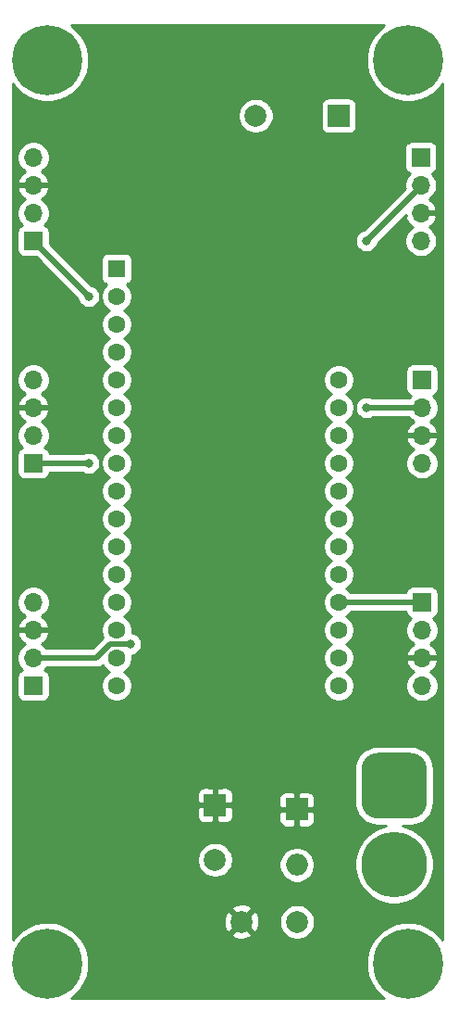
<source format=gbr>
%TF.GenerationSoftware,KiCad,Pcbnew,(5.1.12)-1*%
%TF.CreationDate,2022-01-27T23:25:20+05:30*%
%TF.ProjectId,M5_BuggyProject,4d355f42-7567-4677-9950-726f6a656374,v1.0*%
%TF.SameCoordinates,Original*%
%TF.FileFunction,Copper,L2,Bot*%
%TF.FilePolarity,Positive*%
%FSLAX46Y46*%
G04 Gerber Fmt 4.6, Leading zero omitted, Abs format (unit mm)*
G04 Created by KiCad (PCBNEW (5.1.12)-1) date 2022-01-27 23:25:20*
%MOMM*%
%LPD*%
G01*
G04 APERTURE LIST*
%TA.AperFunction,ComponentPad*%
%ADD10R,1.700000X1.700000*%
%TD*%
%TA.AperFunction,ComponentPad*%
%ADD11O,1.700000X1.700000*%
%TD*%
%TA.AperFunction,ComponentPad*%
%ADD12R,2.000000X2.000000*%
%TD*%
%TA.AperFunction,ComponentPad*%
%ADD13C,2.000000*%
%TD*%
%TA.AperFunction,ComponentPad*%
%ADD14O,2.000000X2.000000*%
%TD*%
%TA.AperFunction,ComponentPad*%
%ADD15C,1.600000*%
%TD*%
%TA.AperFunction,ComponentPad*%
%ADD16R,1.600000X1.600000*%
%TD*%
%TA.AperFunction,ComponentPad*%
%ADD17C,6.000000*%
%TD*%
%TA.AperFunction,ComponentPad*%
%ADD18C,6.400000*%
%TD*%
%TA.AperFunction,ComponentPad*%
%ADD19C,0.800000*%
%TD*%
%TA.AperFunction,ViaPad*%
%ADD20C,0.800000*%
%TD*%
%TA.AperFunction,Conductor*%
%ADD21C,0.508000*%
%TD*%
%TA.AperFunction,Conductor*%
%ADD22C,0.254000*%
%TD*%
%TA.AperFunction,Conductor*%
%ADD23C,0.100000*%
%TD*%
G04 APERTURE END LIST*
D10*
%TO.P,A7,1*%
%TO.N,BIN1*%
X79248000Y-96266000D03*
D11*
%TO.P,A7,2*%
%TO.N,BIN2*%
X79248000Y-93726000D03*
%TO.P,A7,3*%
%TO.N,+10V*%
X79248000Y-91186000D03*
%TO.P,A7,4*%
%TO.N,GND*%
X79248000Y-88646000D03*
%TD*%
D12*
%TO.P,C1,1*%
%TO.N,+10V*%
X95885000Y-107188000D03*
D13*
%TO.P,C1,2*%
%TO.N,GND*%
X95885000Y-112188000D03*
%TD*%
D12*
%TO.P,D1,1*%
%TO.N,+10V*%
X103352600Y-107569000D03*
D14*
%TO.P,D1,2*%
%TO.N,VCC*%
X103352600Y-112649000D03*
%TD*%
D11*
%TO.P,A6,4*%
%TO.N,GND*%
X79248000Y-68326000D03*
%TO.P,A6,3*%
%TO.N,+10V*%
X79248000Y-70866000D03*
%TO.P,A6,2*%
%TO.N,BIN2*%
X79248000Y-73406000D03*
D10*
%TO.P,A6,1*%
%TO.N,BIN1*%
X79248000Y-75946000D03*
%TD*%
D15*
%TO.P,A1,16*%
%TO.N,Net-(A1-Pad16)*%
X86868000Y-96266000D03*
%TO.P,A1,15*%
%TO.N,Net-(A1-Pad15)*%
X86868000Y-93726000D03*
%TO.P,A1,14*%
%TO.N,Net-(A1-Pad14)*%
X86868000Y-91186000D03*
%TO.P,A1,13*%
%TO.N,Net-(A1-Pad13)*%
X86868000Y-88646000D03*
%TO.P,A1,12*%
%TO.N,Net-(A1-Pad12)*%
X86868000Y-86106000D03*
%TO.P,A1,11*%
%TO.N,Net-(A1-Pad11)*%
X86868000Y-83566000D03*
%TO.P,A1,10*%
%TO.N,CONFIG_R*%
X86868000Y-81026000D03*
%TO.P,A1,9*%
%TO.N,CONFIG_L*%
X86868000Y-78486000D03*
%TO.P,A1,8*%
%TO.N,CHANNEL_3*%
X86868000Y-75946000D03*
%TO.P,A1,7*%
%TO.N,CHANNEL_2*%
X86868000Y-73406000D03*
%TO.P,A1,6*%
%TO.N,CHANNEL_1*%
X86868000Y-70866000D03*
%TO.P,A1,5*%
%TO.N,Net-(A1-Pad5)*%
X86868000Y-68326000D03*
%TO.P,A1,4*%
%TO.N,GND*%
X86868000Y-65786000D03*
%TO.P,A1,3*%
%TO.N,Net-(A1-Pad3)*%
X86868000Y-63246000D03*
%TO.P,A1,2*%
%TO.N,Net-(A1-Pad2)*%
X86868000Y-60706000D03*
D16*
%TO.P,A1,1*%
%TO.N,Net-(A1-Pad1)*%
X86868000Y-58166000D03*
D15*
%TO.P,A1,28*%
%TO.N,Net-(A1-Pad28)*%
X107188000Y-68326000D03*
%TO.P,A1,27*%
%TO.N,Net-(A1-Pad27)*%
X107188000Y-70866000D03*
%TO.P,A1,26*%
%TO.N,Net-(A1-Pad26)*%
X107188000Y-73406000D03*
%TO.P,A1,25*%
%TO.N,Net-(A1-Pad25)*%
X107188000Y-75946000D03*
%TO.P,A1,24*%
%TO.N,BEEP*%
X107188000Y-78486000D03*
%TO.P,A1,23*%
%TO.N,Net-(A1-Pad23)*%
X107188000Y-81026000D03*
%TO.P,A1,22*%
%TO.N,BIN2*%
X107188000Y-83566000D03*
%TO.P,A1,21*%
%TO.N,BIN1*%
X107188000Y-86106000D03*
%TO.P,A1,20*%
%TO.N,AIN1*%
X107188000Y-88646000D03*
%TO.P,A1,19*%
%TO.N,AIN2*%
X107188000Y-91186000D03*
%TO.P,A1,18*%
%TO.N,Net-(A1-Pad18)*%
X107188000Y-93726000D03*
%TO.P,A1,17*%
%TO.N,Net-(A1-Pad17)*%
X107188000Y-96266000D03*
%TD*%
D11*
%TO.P,A4,4*%
%TO.N,GND*%
X114808000Y-96266000D03*
%TO.P,A4,3*%
%TO.N,+10V*%
X114808000Y-93726000D03*
%TO.P,A4,2*%
%TO.N,AIN2*%
X114808000Y-91186000D03*
D10*
%TO.P,A4,1*%
%TO.N,AIN1*%
X114808000Y-88646000D03*
%TD*%
D11*
%TO.P,A2,4*%
%TO.N,GND*%
X114703001Y-55626000D03*
%TO.P,A2,3*%
%TO.N,+10V*%
X114703001Y-53086000D03*
%TO.P,A2,2*%
%TO.N,AIN2*%
X114703001Y-50546000D03*
D10*
%TO.P,A2,1*%
%TO.N,AIN1*%
X114703001Y-48006000D03*
%TD*%
%TO.P,A3,1*%
%TO.N,AIN1*%
X114808000Y-68326000D03*
D11*
%TO.P,A3,2*%
%TO.N,AIN2*%
X114808000Y-70866000D03*
%TO.P,A3,3*%
%TO.N,+10V*%
X114808000Y-73406000D03*
%TO.P,A3,4*%
%TO.N,GND*%
X114808000Y-75946000D03*
%TD*%
D10*
%TO.P,A5,1*%
%TO.N,BIN1*%
X79248000Y-55626000D03*
D11*
%TO.P,A5,2*%
%TO.N,BIN2*%
X79248000Y-53086000D03*
%TO.P,A5,3*%
%TO.N,+10V*%
X79248000Y-50546000D03*
%TO.P,A5,4*%
%TO.N,GND*%
X79248000Y-48006000D03*
%TD*%
D17*
%TO.P,J1,2*%
%TO.N,VCC*%
X112268000Y-112610000D03*
%TO.P,J1,1*%
%TO.N,GND*%
%TA.AperFunction,ComponentPad*%
G36*
G01*
X110768000Y-102410000D02*
X113768000Y-102410000D01*
G75*
G02*
X115268000Y-103910000I0J-1500000D01*
G01*
X115268000Y-106910000D01*
G75*
G02*
X113768000Y-108410000I-1500000J0D01*
G01*
X110768000Y-108410000D01*
G75*
G02*
X109268000Y-106910000I0J1500000D01*
G01*
X109268000Y-103910000D01*
G75*
G02*
X110768000Y-102410000I1500000J0D01*
G01*
G37*
%TD.AperFunction*%
%TD*%
D18*
%TO.P,H1,1*%
%TO.N,GND*%
X80518000Y-39116000D03*
D19*
X82918000Y-39116000D03*
X82215056Y-40813056D03*
X80518000Y-41516000D03*
X78820944Y-40813056D03*
X78118000Y-39116000D03*
X78820944Y-37418944D03*
X80518000Y-36716000D03*
X82215056Y-37418944D03*
%TD*%
%TO.P,H2,1*%
%TO.N,GND*%
X115235056Y-37418944D03*
X113538000Y-36716000D03*
X111840944Y-37418944D03*
X111138000Y-39116000D03*
X111840944Y-40813056D03*
X113538000Y-41516000D03*
X115235056Y-40813056D03*
X115938000Y-39116000D03*
D18*
X113538000Y-39116000D03*
%TD*%
D19*
%TO.P,H3,1*%
%TO.N,GND*%
X115235056Y-119968944D03*
X113538000Y-119266000D03*
X111840944Y-119968944D03*
X111138000Y-121666000D03*
X111840944Y-123363056D03*
X113538000Y-124066000D03*
X115235056Y-123363056D03*
X115938000Y-121666000D03*
D18*
X113538000Y-121666000D03*
%TD*%
%TO.P,H4,1*%
%TO.N,GND*%
X80518000Y-121666000D03*
D19*
X82918000Y-121666000D03*
X82215056Y-123363056D03*
X80518000Y-124066000D03*
X78820944Y-123363056D03*
X78118000Y-121666000D03*
X78820944Y-119968944D03*
X80518000Y-119266000D03*
X82215056Y-119968944D03*
%TD*%
D12*
%TO.P,BZ1,1*%
%TO.N,BEEP*%
X107188000Y-44196000D03*
D13*
%TO.P,BZ1,2*%
%TO.N,GND*%
X99588000Y-44196000D03*
%TD*%
%TO.P,J2,1*%
%TO.N,VCC*%
X103378000Y-117856000D03*
%TD*%
%TO.P,J3,1*%
%TO.N,+10V*%
X98298000Y-117831001D03*
%TD*%
D20*
%TO.N,BIN2*%
X88138000Y-92456000D03*
%TO.N,BIN1*%
X84328000Y-75946000D03*
X84328000Y-60706000D03*
%TO.N,AIN2*%
X109728000Y-55626000D03*
X109728000Y-70866000D03*
%TO.N,+10V*%
X81788000Y-112522000D03*
%TD*%
D21*
%TO.N,BIN2*%
X85012078Y-93726000D02*
X79248000Y-93726000D01*
X86282078Y-92456000D02*
X85012078Y-93726000D01*
X88138000Y-92456000D02*
X86282078Y-92456000D01*
%TO.N,BIN1*%
X84328000Y-75946000D02*
X79248000Y-75946000D01*
X84328000Y-60706000D02*
X79248000Y-55626000D01*
%TO.N,AIN2*%
X114703001Y-50650999D02*
X114703001Y-50546000D01*
X109728000Y-55626000D02*
X114703001Y-50650999D01*
X109728000Y-70866000D02*
X114808000Y-70866000D01*
%TO.N,AIN1*%
X107188000Y-88646000D02*
X114808000Y-88646000D01*
%TD*%
D22*
%TO.N,+10V*%
X111093330Y-36137161D02*
X110559161Y-36671330D01*
X110139467Y-37299446D01*
X109850377Y-37997372D01*
X109703000Y-38738285D01*
X109703000Y-39493715D01*
X109850377Y-40234628D01*
X110139467Y-40932554D01*
X110559161Y-41560670D01*
X111093330Y-42094839D01*
X111721446Y-42514533D01*
X112419372Y-42803623D01*
X113160285Y-42951000D01*
X113915715Y-42951000D01*
X114656628Y-42803623D01*
X115354554Y-42514533D01*
X115982670Y-42094839D01*
X116516839Y-41560670D01*
X116700300Y-41286101D01*
X116700301Y-53054182D01*
X116700300Y-53054192D01*
X116700301Y-55594182D01*
X116700300Y-55594192D01*
X116700301Y-116554182D01*
X116700300Y-116554192D01*
X116700301Y-119495900D01*
X116516839Y-119221330D01*
X115982670Y-118687161D01*
X115354554Y-118267467D01*
X114656628Y-117978377D01*
X113915715Y-117831000D01*
X113160285Y-117831000D01*
X112419372Y-117978377D01*
X111721446Y-118267467D01*
X111093330Y-118687161D01*
X110559161Y-119221330D01*
X110139467Y-119849446D01*
X109850377Y-120547372D01*
X109703000Y-121288285D01*
X109703000Y-122043715D01*
X109850377Y-122784628D01*
X110139467Y-123482554D01*
X110559161Y-124110670D01*
X111093330Y-124644839D01*
X111367899Y-124828300D01*
X82688101Y-124828300D01*
X82962670Y-124644839D01*
X83496839Y-124110670D01*
X83916533Y-123482554D01*
X84205623Y-122784628D01*
X84353000Y-122043715D01*
X84353000Y-121288285D01*
X84205623Y-120547372D01*
X83916533Y-119849446D01*
X83496839Y-119221330D01*
X83241923Y-118966414D01*
X97342192Y-118966414D01*
X97437956Y-119230815D01*
X97727571Y-119371705D01*
X98039108Y-119453385D01*
X98360595Y-119472719D01*
X98679675Y-119428962D01*
X98984088Y-119323796D01*
X99158044Y-119230815D01*
X99253808Y-118966414D01*
X98298000Y-118010606D01*
X97342192Y-118966414D01*
X83241923Y-118966414D01*
X82962670Y-118687161D01*
X82334554Y-118267467D01*
X81636628Y-117978377D01*
X81210406Y-117893596D01*
X96656282Y-117893596D01*
X96700039Y-118212676D01*
X96805205Y-118517089D01*
X96898186Y-118691045D01*
X97162587Y-118786809D01*
X98118395Y-117831001D01*
X98477605Y-117831001D01*
X99433413Y-118786809D01*
X99697814Y-118691045D01*
X99838704Y-118401430D01*
X99920384Y-118089893D01*
X99939718Y-117768406D01*
X99929647Y-117694967D01*
X101743000Y-117694967D01*
X101743000Y-118017033D01*
X101805832Y-118332912D01*
X101929082Y-118630463D01*
X102108013Y-118898252D01*
X102335748Y-119125987D01*
X102603537Y-119304918D01*
X102901088Y-119428168D01*
X103216967Y-119491000D01*
X103539033Y-119491000D01*
X103854912Y-119428168D01*
X104152463Y-119304918D01*
X104420252Y-119125987D01*
X104647987Y-118898252D01*
X104826918Y-118630463D01*
X104950168Y-118332912D01*
X105013000Y-118017033D01*
X105013000Y-117694967D01*
X104950168Y-117379088D01*
X104826918Y-117081537D01*
X104647987Y-116813748D01*
X104420252Y-116586013D01*
X104152463Y-116407082D01*
X103854912Y-116283832D01*
X103539033Y-116221000D01*
X103216967Y-116221000D01*
X102901088Y-116283832D01*
X102603537Y-116407082D01*
X102335748Y-116586013D01*
X102108013Y-116813748D01*
X101929082Y-117081537D01*
X101805832Y-117379088D01*
X101743000Y-117694967D01*
X99929647Y-117694967D01*
X99895961Y-117449326D01*
X99790795Y-117144913D01*
X99697814Y-116970957D01*
X99433413Y-116875193D01*
X98477605Y-117831001D01*
X98118395Y-117831001D01*
X97162587Y-116875193D01*
X96898186Y-116970957D01*
X96757296Y-117260572D01*
X96675616Y-117572109D01*
X96656282Y-117893596D01*
X81210406Y-117893596D01*
X80895715Y-117831000D01*
X80140285Y-117831000D01*
X79399372Y-117978377D01*
X78701446Y-118267467D01*
X78073330Y-118687161D01*
X77539161Y-119221330D01*
X77355700Y-119495899D01*
X77355700Y-116695588D01*
X97342192Y-116695588D01*
X98298000Y-117651396D01*
X99253808Y-116695588D01*
X99158044Y-116431187D01*
X98868429Y-116290297D01*
X98556892Y-116208617D01*
X98235405Y-116189283D01*
X97916325Y-116233040D01*
X97611912Y-116338206D01*
X97437956Y-116431187D01*
X97342192Y-116695588D01*
X77355700Y-116695588D01*
X77355700Y-112026967D01*
X94250000Y-112026967D01*
X94250000Y-112349033D01*
X94312832Y-112664912D01*
X94436082Y-112962463D01*
X94615013Y-113230252D01*
X94842748Y-113457987D01*
X95110537Y-113636918D01*
X95408088Y-113760168D01*
X95723967Y-113823000D01*
X96046033Y-113823000D01*
X96361912Y-113760168D01*
X96659463Y-113636918D01*
X96927252Y-113457987D01*
X97154987Y-113230252D01*
X97333918Y-112962463D01*
X97457168Y-112664912D01*
X97492364Y-112487967D01*
X101717600Y-112487967D01*
X101717600Y-112810033D01*
X101780432Y-113125912D01*
X101903682Y-113423463D01*
X102082613Y-113691252D01*
X102310348Y-113918987D01*
X102578137Y-114097918D01*
X102875688Y-114221168D01*
X103191567Y-114284000D01*
X103513633Y-114284000D01*
X103829512Y-114221168D01*
X104127063Y-114097918D01*
X104394852Y-113918987D01*
X104622587Y-113691252D01*
X104801518Y-113423463D01*
X104924768Y-113125912D01*
X104987600Y-112810033D01*
X104987600Y-112487967D01*
X104924768Y-112172088D01*
X104801518Y-111874537D01*
X104622587Y-111606748D01*
X104394852Y-111379013D01*
X104127063Y-111200082D01*
X103829512Y-111076832D01*
X103513633Y-111014000D01*
X103191567Y-111014000D01*
X102875688Y-111076832D01*
X102578137Y-111200082D01*
X102310348Y-111379013D01*
X102082613Y-111606748D01*
X101903682Y-111874537D01*
X101780432Y-112172088D01*
X101717600Y-112487967D01*
X97492364Y-112487967D01*
X97520000Y-112349033D01*
X97520000Y-112026967D01*
X97457168Y-111711088D01*
X97333918Y-111413537D01*
X97154987Y-111145748D01*
X96927252Y-110918013D01*
X96659463Y-110739082D01*
X96361912Y-110615832D01*
X96046033Y-110553000D01*
X95723967Y-110553000D01*
X95408088Y-110615832D01*
X95110537Y-110739082D01*
X94842748Y-110918013D01*
X94615013Y-111145748D01*
X94436082Y-111413537D01*
X94312832Y-111711088D01*
X94250000Y-112026967D01*
X77355700Y-112026967D01*
X77355700Y-108188000D01*
X94246928Y-108188000D01*
X94259188Y-108312482D01*
X94295498Y-108432180D01*
X94354463Y-108542494D01*
X94433815Y-108639185D01*
X94530506Y-108718537D01*
X94640820Y-108777502D01*
X94760518Y-108813812D01*
X94885000Y-108826072D01*
X95599250Y-108823000D01*
X95758000Y-108664250D01*
X95758000Y-107315000D01*
X96012000Y-107315000D01*
X96012000Y-108664250D01*
X96170750Y-108823000D01*
X96885000Y-108826072D01*
X97009482Y-108813812D01*
X97129180Y-108777502D01*
X97239494Y-108718537D01*
X97336185Y-108639185D01*
X97393784Y-108569000D01*
X101714528Y-108569000D01*
X101726788Y-108693482D01*
X101763098Y-108813180D01*
X101822063Y-108923494D01*
X101901415Y-109020185D01*
X101998106Y-109099537D01*
X102108420Y-109158502D01*
X102228118Y-109194812D01*
X102352600Y-109207072D01*
X103066850Y-109204000D01*
X103225600Y-109045250D01*
X103225600Y-107696000D01*
X103479600Y-107696000D01*
X103479600Y-109045250D01*
X103638350Y-109204000D01*
X104352600Y-109207072D01*
X104477082Y-109194812D01*
X104596780Y-109158502D01*
X104707094Y-109099537D01*
X104803785Y-109020185D01*
X104883137Y-108923494D01*
X104942102Y-108813180D01*
X104978412Y-108693482D01*
X104990672Y-108569000D01*
X104987600Y-107854750D01*
X104828850Y-107696000D01*
X103479600Y-107696000D01*
X103225600Y-107696000D01*
X101876350Y-107696000D01*
X101717600Y-107854750D01*
X101714528Y-108569000D01*
X97393784Y-108569000D01*
X97415537Y-108542494D01*
X97474502Y-108432180D01*
X97510812Y-108312482D01*
X97523072Y-108188000D01*
X97520000Y-107473750D01*
X97361250Y-107315000D01*
X96012000Y-107315000D01*
X95758000Y-107315000D01*
X94408750Y-107315000D01*
X94250000Y-107473750D01*
X94246928Y-108188000D01*
X77355700Y-108188000D01*
X77355700Y-106188000D01*
X94246928Y-106188000D01*
X94250000Y-106902250D01*
X94408750Y-107061000D01*
X95758000Y-107061000D01*
X95758000Y-105711750D01*
X96012000Y-105711750D01*
X96012000Y-107061000D01*
X97361250Y-107061000D01*
X97520000Y-106902250D01*
X97521433Y-106569000D01*
X101714528Y-106569000D01*
X101717600Y-107283250D01*
X101876350Y-107442000D01*
X103225600Y-107442000D01*
X103225600Y-106092750D01*
X103479600Y-106092750D01*
X103479600Y-107442000D01*
X104828850Y-107442000D01*
X104987600Y-107283250D01*
X104990672Y-106569000D01*
X104978412Y-106444518D01*
X104942102Y-106324820D01*
X104883137Y-106214506D01*
X104803785Y-106117815D01*
X104707094Y-106038463D01*
X104596780Y-105979498D01*
X104477082Y-105943188D01*
X104352600Y-105930928D01*
X103638350Y-105934000D01*
X103479600Y-106092750D01*
X103225600Y-106092750D01*
X103066850Y-105934000D01*
X102352600Y-105930928D01*
X102228118Y-105943188D01*
X102108420Y-105979498D01*
X101998106Y-106038463D01*
X101901415Y-106117815D01*
X101822063Y-106214506D01*
X101763098Y-106324820D01*
X101726788Y-106444518D01*
X101714528Y-106569000D01*
X97521433Y-106569000D01*
X97523072Y-106188000D01*
X97510812Y-106063518D01*
X97474502Y-105943820D01*
X97415537Y-105833506D01*
X97336185Y-105736815D01*
X97239494Y-105657463D01*
X97129180Y-105598498D01*
X97009482Y-105562188D01*
X96885000Y-105549928D01*
X96170750Y-105553000D01*
X96012000Y-105711750D01*
X95758000Y-105711750D01*
X95599250Y-105553000D01*
X94885000Y-105549928D01*
X94760518Y-105562188D01*
X94640820Y-105598498D01*
X94530506Y-105657463D01*
X94433815Y-105736815D01*
X94354463Y-105833506D01*
X94295498Y-105943820D01*
X94259188Y-106063518D01*
X94246928Y-106188000D01*
X77355700Y-106188000D01*
X77355700Y-103910000D01*
X108629928Y-103910000D01*
X108629928Y-106910000D01*
X108671010Y-107327117D01*
X108792679Y-107728205D01*
X108990258Y-108097849D01*
X109256155Y-108421845D01*
X109580151Y-108687742D01*
X109949795Y-108885321D01*
X110350883Y-109006990D01*
X110768000Y-109048072D01*
X111542626Y-109048072D01*
X111207710Y-109114691D01*
X110546182Y-109388705D01*
X109950823Y-109786511D01*
X109444511Y-110292823D01*
X109046705Y-110888182D01*
X108772691Y-111549710D01*
X108633000Y-112251984D01*
X108633000Y-112968016D01*
X108772691Y-113670290D01*
X109046705Y-114331818D01*
X109444511Y-114927177D01*
X109950823Y-115433489D01*
X110546182Y-115831295D01*
X111207710Y-116105309D01*
X111909984Y-116245000D01*
X112626016Y-116245000D01*
X113328290Y-116105309D01*
X113989818Y-115831295D01*
X114585177Y-115433489D01*
X115091489Y-114927177D01*
X115489295Y-114331818D01*
X115763309Y-113670290D01*
X115903000Y-112968016D01*
X115903000Y-112251984D01*
X115763309Y-111549710D01*
X115489295Y-110888182D01*
X115091489Y-110292823D01*
X114585177Y-109786511D01*
X113989818Y-109388705D01*
X113328290Y-109114691D01*
X112993374Y-109048072D01*
X113768000Y-109048072D01*
X114185117Y-109006990D01*
X114586205Y-108885321D01*
X114955849Y-108687742D01*
X115279845Y-108421845D01*
X115545742Y-108097849D01*
X115743321Y-107728205D01*
X115864990Y-107327117D01*
X115906072Y-106910000D01*
X115906072Y-103910000D01*
X115864990Y-103492883D01*
X115743321Y-103091795D01*
X115545742Y-102722151D01*
X115279845Y-102398155D01*
X114955849Y-102132258D01*
X114586205Y-101934679D01*
X114185117Y-101813010D01*
X113768000Y-101771928D01*
X110768000Y-101771928D01*
X110350883Y-101813010D01*
X109949795Y-101934679D01*
X109580151Y-102132258D01*
X109256155Y-102398155D01*
X108990258Y-102722151D01*
X108792679Y-103091795D01*
X108671010Y-103492883D01*
X108629928Y-103910000D01*
X77355700Y-103910000D01*
X77355700Y-95416000D01*
X77759928Y-95416000D01*
X77759928Y-97116000D01*
X77772188Y-97240482D01*
X77808498Y-97360180D01*
X77867463Y-97470494D01*
X77946815Y-97567185D01*
X78043506Y-97646537D01*
X78153820Y-97705502D01*
X78273518Y-97741812D01*
X78398000Y-97754072D01*
X80098000Y-97754072D01*
X80222482Y-97741812D01*
X80342180Y-97705502D01*
X80452494Y-97646537D01*
X80549185Y-97567185D01*
X80628537Y-97470494D01*
X80687502Y-97360180D01*
X80723812Y-97240482D01*
X80736072Y-97116000D01*
X80736072Y-95416000D01*
X80723812Y-95291518D01*
X80687502Y-95171820D01*
X80628537Y-95061506D01*
X80549185Y-94964815D01*
X80452494Y-94885463D01*
X80342180Y-94826498D01*
X80269620Y-94804487D01*
X80401475Y-94672632D01*
X80439983Y-94615000D01*
X84968418Y-94615000D01*
X85012078Y-94619300D01*
X85055738Y-94615000D01*
X85055745Y-94615000D01*
X85186352Y-94602136D01*
X85353929Y-94551303D01*
X85508369Y-94468753D01*
X85593490Y-94398896D01*
X85596320Y-94405727D01*
X85753363Y-94640759D01*
X85953241Y-94840637D01*
X86185759Y-94996000D01*
X85953241Y-95151363D01*
X85753363Y-95351241D01*
X85596320Y-95586273D01*
X85488147Y-95847426D01*
X85433000Y-96124665D01*
X85433000Y-96407335D01*
X85488147Y-96684574D01*
X85596320Y-96945727D01*
X85753363Y-97180759D01*
X85953241Y-97380637D01*
X86188273Y-97537680D01*
X86449426Y-97645853D01*
X86726665Y-97701000D01*
X87009335Y-97701000D01*
X87286574Y-97645853D01*
X87547727Y-97537680D01*
X87782759Y-97380637D01*
X87982637Y-97180759D01*
X88139680Y-96945727D01*
X88247853Y-96684574D01*
X88303000Y-96407335D01*
X88303000Y-96124665D01*
X88247853Y-95847426D01*
X88139680Y-95586273D01*
X87982637Y-95351241D01*
X87782759Y-95151363D01*
X87550241Y-94996000D01*
X87782759Y-94840637D01*
X87982637Y-94640759D01*
X88139680Y-94405727D01*
X88247853Y-94144574D01*
X88303000Y-93867335D01*
X88303000Y-93584665D01*
X88282678Y-93482499D01*
X88439898Y-93451226D01*
X88628256Y-93373205D01*
X88797774Y-93259937D01*
X88941937Y-93115774D01*
X89055205Y-92946256D01*
X89133226Y-92757898D01*
X89173000Y-92557939D01*
X89173000Y-92354061D01*
X89133226Y-92154102D01*
X89055205Y-91965744D01*
X88941937Y-91796226D01*
X88797774Y-91652063D01*
X88628256Y-91538795D01*
X88439898Y-91460774D01*
X88282678Y-91429501D01*
X88303000Y-91327335D01*
X88303000Y-91044665D01*
X88247853Y-90767426D01*
X88139680Y-90506273D01*
X87982637Y-90271241D01*
X87782759Y-90071363D01*
X87550241Y-89916000D01*
X87782759Y-89760637D01*
X87982637Y-89560759D01*
X88139680Y-89325727D01*
X88247853Y-89064574D01*
X88303000Y-88787335D01*
X88303000Y-88504665D01*
X88247853Y-88227426D01*
X88139680Y-87966273D01*
X87982637Y-87731241D01*
X87782759Y-87531363D01*
X87550241Y-87376000D01*
X87782759Y-87220637D01*
X87982637Y-87020759D01*
X88139680Y-86785727D01*
X88247853Y-86524574D01*
X88303000Y-86247335D01*
X88303000Y-85964665D01*
X88247853Y-85687426D01*
X88139680Y-85426273D01*
X87982637Y-85191241D01*
X87782759Y-84991363D01*
X87550241Y-84836000D01*
X87782759Y-84680637D01*
X87982637Y-84480759D01*
X88139680Y-84245727D01*
X88247853Y-83984574D01*
X88303000Y-83707335D01*
X88303000Y-83424665D01*
X88247853Y-83147426D01*
X88139680Y-82886273D01*
X87982637Y-82651241D01*
X87782759Y-82451363D01*
X87550241Y-82296000D01*
X87782759Y-82140637D01*
X87982637Y-81940759D01*
X88139680Y-81705727D01*
X88247853Y-81444574D01*
X88303000Y-81167335D01*
X88303000Y-80884665D01*
X88247853Y-80607426D01*
X88139680Y-80346273D01*
X87982637Y-80111241D01*
X87782759Y-79911363D01*
X87550241Y-79756000D01*
X87782759Y-79600637D01*
X87982637Y-79400759D01*
X88139680Y-79165727D01*
X88247853Y-78904574D01*
X88303000Y-78627335D01*
X88303000Y-78344665D01*
X88247853Y-78067426D01*
X88139680Y-77806273D01*
X87982637Y-77571241D01*
X87782759Y-77371363D01*
X87550241Y-77216000D01*
X87782759Y-77060637D01*
X87982637Y-76860759D01*
X88139680Y-76625727D01*
X88247853Y-76364574D01*
X88303000Y-76087335D01*
X88303000Y-75804665D01*
X88247853Y-75527426D01*
X88139680Y-75266273D01*
X87982637Y-75031241D01*
X87782759Y-74831363D01*
X87550241Y-74676000D01*
X87782759Y-74520637D01*
X87982637Y-74320759D01*
X88139680Y-74085727D01*
X88247853Y-73824574D01*
X88303000Y-73547335D01*
X88303000Y-73264665D01*
X88247853Y-72987426D01*
X88139680Y-72726273D01*
X87982637Y-72491241D01*
X87782759Y-72291363D01*
X87550241Y-72136000D01*
X87782759Y-71980637D01*
X87982637Y-71780759D01*
X88139680Y-71545727D01*
X88247853Y-71284574D01*
X88303000Y-71007335D01*
X88303000Y-70724665D01*
X88247853Y-70447426D01*
X88139680Y-70186273D01*
X87982637Y-69951241D01*
X87782759Y-69751363D01*
X87550241Y-69596000D01*
X87782759Y-69440637D01*
X87982637Y-69240759D01*
X88139680Y-69005727D01*
X88247853Y-68744574D01*
X88303000Y-68467335D01*
X88303000Y-68184665D01*
X105753000Y-68184665D01*
X105753000Y-68467335D01*
X105808147Y-68744574D01*
X105916320Y-69005727D01*
X106073363Y-69240759D01*
X106273241Y-69440637D01*
X106505759Y-69596000D01*
X106273241Y-69751363D01*
X106073363Y-69951241D01*
X105916320Y-70186273D01*
X105808147Y-70447426D01*
X105753000Y-70724665D01*
X105753000Y-71007335D01*
X105808147Y-71284574D01*
X105916320Y-71545727D01*
X106073363Y-71780759D01*
X106273241Y-71980637D01*
X106505759Y-72136000D01*
X106273241Y-72291363D01*
X106073363Y-72491241D01*
X105916320Y-72726273D01*
X105808147Y-72987426D01*
X105753000Y-73264665D01*
X105753000Y-73547335D01*
X105808147Y-73824574D01*
X105916320Y-74085727D01*
X106073363Y-74320759D01*
X106273241Y-74520637D01*
X106505759Y-74676000D01*
X106273241Y-74831363D01*
X106073363Y-75031241D01*
X105916320Y-75266273D01*
X105808147Y-75527426D01*
X105753000Y-75804665D01*
X105753000Y-76087335D01*
X105808147Y-76364574D01*
X105916320Y-76625727D01*
X106073363Y-76860759D01*
X106273241Y-77060637D01*
X106505759Y-77216000D01*
X106273241Y-77371363D01*
X106073363Y-77571241D01*
X105916320Y-77806273D01*
X105808147Y-78067426D01*
X105753000Y-78344665D01*
X105753000Y-78627335D01*
X105808147Y-78904574D01*
X105916320Y-79165727D01*
X106073363Y-79400759D01*
X106273241Y-79600637D01*
X106505759Y-79756000D01*
X106273241Y-79911363D01*
X106073363Y-80111241D01*
X105916320Y-80346273D01*
X105808147Y-80607426D01*
X105753000Y-80884665D01*
X105753000Y-81167335D01*
X105808147Y-81444574D01*
X105916320Y-81705727D01*
X106073363Y-81940759D01*
X106273241Y-82140637D01*
X106505759Y-82296000D01*
X106273241Y-82451363D01*
X106073363Y-82651241D01*
X105916320Y-82886273D01*
X105808147Y-83147426D01*
X105753000Y-83424665D01*
X105753000Y-83707335D01*
X105808147Y-83984574D01*
X105916320Y-84245727D01*
X106073363Y-84480759D01*
X106273241Y-84680637D01*
X106505759Y-84836000D01*
X106273241Y-84991363D01*
X106073363Y-85191241D01*
X105916320Y-85426273D01*
X105808147Y-85687426D01*
X105753000Y-85964665D01*
X105753000Y-86247335D01*
X105808147Y-86524574D01*
X105916320Y-86785727D01*
X106073363Y-87020759D01*
X106273241Y-87220637D01*
X106505759Y-87376000D01*
X106273241Y-87531363D01*
X106073363Y-87731241D01*
X105916320Y-87966273D01*
X105808147Y-88227426D01*
X105753000Y-88504665D01*
X105753000Y-88787335D01*
X105808147Y-89064574D01*
X105916320Y-89325727D01*
X106073363Y-89560759D01*
X106273241Y-89760637D01*
X106505759Y-89916000D01*
X106273241Y-90071363D01*
X106073363Y-90271241D01*
X105916320Y-90506273D01*
X105808147Y-90767426D01*
X105753000Y-91044665D01*
X105753000Y-91327335D01*
X105808147Y-91604574D01*
X105916320Y-91865727D01*
X106073363Y-92100759D01*
X106273241Y-92300637D01*
X106505759Y-92456000D01*
X106273241Y-92611363D01*
X106073363Y-92811241D01*
X105916320Y-93046273D01*
X105808147Y-93307426D01*
X105753000Y-93584665D01*
X105753000Y-93867335D01*
X105808147Y-94144574D01*
X105916320Y-94405727D01*
X106073363Y-94640759D01*
X106273241Y-94840637D01*
X106505759Y-94996000D01*
X106273241Y-95151363D01*
X106073363Y-95351241D01*
X105916320Y-95586273D01*
X105808147Y-95847426D01*
X105753000Y-96124665D01*
X105753000Y-96407335D01*
X105808147Y-96684574D01*
X105916320Y-96945727D01*
X106073363Y-97180759D01*
X106273241Y-97380637D01*
X106508273Y-97537680D01*
X106769426Y-97645853D01*
X107046665Y-97701000D01*
X107329335Y-97701000D01*
X107606574Y-97645853D01*
X107867727Y-97537680D01*
X108102759Y-97380637D01*
X108302637Y-97180759D01*
X108459680Y-96945727D01*
X108567853Y-96684574D01*
X108623000Y-96407335D01*
X108623000Y-96124665D01*
X108622021Y-96119740D01*
X113323000Y-96119740D01*
X113323000Y-96412260D01*
X113380068Y-96699158D01*
X113492010Y-96969411D01*
X113654525Y-97212632D01*
X113861368Y-97419475D01*
X114104589Y-97581990D01*
X114374842Y-97693932D01*
X114661740Y-97751000D01*
X114954260Y-97751000D01*
X115241158Y-97693932D01*
X115511411Y-97581990D01*
X115754632Y-97419475D01*
X115961475Y-97212632D01*
X116123990Y-96969411D01*
X116235932Y-96699158D01*
X116293000Y-96412260D01*
X116293000Y-96119740D01*
X116235932Y-95832842D01*
X116123990Y-95562589D01*
X115961475Y-95319368D01*
X115754632Y-95112525D01*
X115572466Y-94990805D01*
X115689355Y-94921178D01*
X115905588Y-94726269D01*
X116079641Y-94492920D01*
X116204825Y-94230099D01*
X116249476Y-94082890D01*
X116128155Y-93853000D01*
X114935000Y-93853000D01*
X114935000Y-93873000D01*
X114681000Y-93873000D01*
X114681000Y-93853000D01*
X113487845Y-93853000D01*
X113366524Y-94082890D01*
X113411175Y-94230099D01*
X113536359Y-94492920D01*
X113710412Y-94726269D01*
X113926645Y-94921178D01*
X114043534Y-94990805D01*
X113861368Y-95112525D01*
X113654525Y-95319368D01*
X113492010Y-95562589D01*
X113380068Y-95832842D01*
X113323000Y-96119740D01*
X108622021Y-96119740D01*
X108567853Y-95847426D01*
X108459680Y-95586273D01*
X108302637Y-95351241D01*
X108102759Y-95151363D01*
X107870241Y-94996000D01*
X108102759Y-94840637D01*
X108302637Y-94640759D01*
X108459680Y-94405727D01*
X108567853Y-94144574D01*
X108623000Y-93867335D01*
X108623000Y-93584665D01*
X108567853Y-93307426D01*
X108459680Y-93046273D01*
X108302637Y-92811241D01*
X108102759Y-92611363D01*
X107870241Y-92456000D01*
X108102759Y-92300637D01*
X108302637Y-92100759D01*
X108459680Y-91865727D01*
X108567853Y-91604574D01*
X108623000Y-91327335D01*
X108623000Y-91044665D01*
X108567853Y-90767426D01*
X108459680Y-90506273D01*
X108302637Y-90271241D01*
X108102759Y-90071363D01*
X107870241Y-89916000D01*
X108102759Y-89760637D01*
X108302637Y-89560759D01*
X108319849Y-89535000D01*
X113323769Y-89535000D01*
X113332188Y-89620482D01*
X113368498Y-89740180D01*
X113427463Y-89850494D01*
X113506815Y-89947185D01*
X113603506Y-90026537D01*
X113713820Y-90085502D01*
X113786380Y-90107513D01*
X113654525Y-90239368D01*
X113492010Y-90482589D01*
X113380068Y-90752842D01*
X113323000Y-91039740D01*
X113323000Y-91332260D01*
X113380068Y-91619158D01*
X113492010Y-91889411D01*
X113654525Y-92132632D01*
X113861368Y-92339475D01*
X114043534Y-92461195D01*
X113926645Y-92530822D01*
X113710412Y-92725731D01*
X113536359Y-92959080D01*
X113411175Y-93221901D01*
X113366524Y-93369110D01*
X113487845Y-93599000D01*
X114681000Y-93599000D01*
X114681000Y-93579000D01*
X114935000Y-93579000D01*
X114935000Y-93599000D01*
X116128155Y-93599000D01*
X116249476Y-93369110D01*
X116204825Y-93221901D01*
X116079641Y-92959080D01*
X115905588Y-92725731D01*
X115689355Y-92530822D01*
X115572466Y-92461195D01*
X115754632Y-92339475D01*
X115961475Y-92132632D01*
X116123990Y-91889411D01*
X116235932Y-91619158D01*
X116293000Y-91332260D01*
X116293000Y-91039740D01*
X116235932Y-90752842D01*
X116123990Y-90482589D01*
X115961475Y-90239368D01*
X115829620Y-90107513D01*
X115902180Y-90085502D01*
X116012494Y-90026537D01*
X116109185Y-89947185D01*
X116188537Y-89850494D01*
X116247502Y-89740180D01*
X116283812Y-89620482D01*
X116296072Y-89496000D01*
X116296072Y-87796000D01*
X116283812Y-87671518D01*
X116247502Y-87551820D01*
X116188537Y-87441506D01*
X116109185Y-87344815D01*
X116012494Y-87265463D01*
X115902180Y-87206498D01*
X115782482Y-87170188D01*
X115658000Y-87157928D01*
X113958000Y-87157928D01*
X113833518Y-87170188D01*
X113713820Y-87206498D01*
X113603506Y-87265463D01*
X113506815Y-87344815D01*
X113427463Y-87441506D01*
X113368498Y-87551820D01*
X113332188Y-87671518D01*
X113323769Y-87757000D01*
X108319849Y-87757000D01*
X108302637Y-87731241D01*
X108102759Y-87531363D01*
X107870241Y-87376000D01*
X108102759Y-87220637D01*
X108302637Y-87020759D01*
X108459680Y-86785727D01*
X108567853Y-86524574D01*
X108623000Y-86247335D01*
X108623000Y-85964665D01*
X108567853Y-85687426D01*
X108459680Y-85426273D01*
X108302637Y-85191241D01*
X108102759Y-84991363D01*
X107870241Y-84836000D01*
X108102759Y-84680637D01*
X108302637Y-84480759D01*
X108459680Y-84245727D01*
X108567853Y-83984574D01*
X108623000Y-83707335D01*
X108623000Y-83424665D01*
X108567853Y-83147426D01*
X108459680Y-82886273D01*
X108302637Y-82651241D01*
X108102759Y-82451363D01*
X107870241Y-82296000D01*
X108102759Y-82140637D01*
X108302637Y-81940759D01*
X108459680Y-81705727D01*
X108567853Y-81444574D01*
X108623000Y-81167335D01*
X108623000Y-80884665D01*
X108567853Y-80607426D01*
X108459680Y-80346273D01*
X108302637Y-80111241D01*
X108102759Y-79911363D01*
X107870241Y-79756000D01*
X108102759Y-79600637D01*
X108302637Y-79400759D01*
X108459680Y-79165727D01*
X108567853Y-78904574D01*
X108623000Y-78627335D01*
X108623000Y-78344665D01*
X108567853Y-78067426D01*
X108459680Y-77806273D01*
X108302637Y-77571241D01*
X108102759Y-77371363D01*
X107870241Y-77216000D01*
X108102759Y-77060637D01*
X108302637Y-76860759D01*
X108459680Y-76625727D01*
X108567853Y-76364574D01*
X108623000Y-76087335D01*
X108623000Y-75804665D01*
X108622021Y-75799740D01*
X113323000Y-75799740D01*
X113323000Y-76092260D01*
X113380068Y-76379158D01*
X113492010Y-76649411D01*
X113654525Y-76892632D01*
X113861368Y-77099475D01*
X114104589Y-77261990D01*
X114374842Y-77373932D01*
X114661740Y-77431000D01*
X114954260Y-77431000D01*
X115241158Y-77373932D01*
X115511411Y-77261990D01*
X115754632Y-77099475D01*
X115961475Y-76892632D01*
X116123990Y-76649411D01*
X116235932Y-76379158D01*
X116293000Y-76092260D01*
X116293000Y-75799740D01*
X116235932Y-75512842D01*
X116123990Y-75242589D01*
X115961475Y-74999368D01*
X115754632Y-74792525D01*
X115572466Y-74670805D01*
X115689355Y-74601178D01*
X115905588Y-74406269D01*
X116079641Y-74172920D01*
X116204825Y-73910099D01*
X116249476Y-73762890D01*
X116128155Y-73533000D01*
X114935000Y-73533000D01*
X114935000Y-73553000D01*
X114681000Y-73553000D01*
X114681000Y-73533000D01*
X113487845Y-73533000D01*
X113366524Y-73762890D01*
X113411175Y-73910099D01*
X113536359Y-74172920D01*
X113710412Y-74406269D01*
X113926645Y-74601178D01*
X114043534Y-74670805D01*
X113861368Y-74792525D01*
X113654525Y-74999368D01*
X113492010Y-75242589D01*
X113380068Y-75512842D01*
X113323000Y-75799740D01*
X108622021Y-75799740D01*
X108567853Y-75527426D01*
X108459680Y-75266273D01*
X108302637Y-75031241D01*
X108102759Y-74831363D01*
X107870241Y-74676000D01*
X108102759Y-74520637D01*
X108302637Y-74320759D01*
X108459680Y-74085727D01*
X108567853Y-73824574D01*
X108623000Y-73547335D01*
X108623000Y-73264665D01*
X108567853Y-72987426D01*
X108459680Y-72726273D01*
X108302637Y-72491241D01*
X108102759Y-72291363D01*
X107870241Y-72136000D01*
X108102759Y-71980637D01*
X108302637Y-71780759D01*
X108459680Y-71545727D01*
X108567853Y-71284574D01*
X108623000Y-71007335D01*
X108623000Y-70764061D01*
X108693000Y-70764061D01*
X108693000Y-70967939D01*
X108732774Y-71167898D01*
X108810795Y-71356256D01*
X108924063Y-71525774D01*
X109068226Y-71669937D01*
X109237744Y-71783205D01*
X109426102Y-71861226D01*
X109626061Y-71901000D01*
X109829939Y-71901000D01*
X110029898Y-71861226D01*
X110218256Y-71783205D01*
X110260468Y-71755000D01*
X113616017Y-71755000D01*
X113654525Y-71812632D01*
X113861368Y-72019475D01*
X114043534Y-72141195D01*
X113926645Y-72210822D01*
X113710412Y-72405731D01*
X113536359Y-72639080D01*
X113411175Y-72901901D01*
X113366524Y-73049110D01*
X113487845Y-73279000D01*
X114681000Y-73279000D01*
X114681000Y-73259000D01*
X114935000Y-73259000D01*
X114935000Y-73279000D01*
X116128155Y-73279000D01*
X116249476Y-73049110D01*
X116204825Y-72901901D01*
X116079641Y-72639080D01*
X115905588Y-72405731D01*
X115689355Y-72210822D01*
X115572466Y-72141195D01*
X115754632Y-72019475D01*
X115961475Y-71812632D01*
X116123990Y-71569411D01*
X116235932Y-71299158D01*
X116293000Y-71012260D01*
X116293000Y-70719740D01*
X116235932Y-70432842D01*
X116123990Y-70162589D01*
X115961475Y-69919368D01*
X115829620Y-69787513D01*
X115902180Y-69765502D01*
X116012494Y-69706537D01*
X116109185Y-69627185D01*
X116188537Y-69530494D01*
X116247502Y-69420180D01*
X116283812Y-69300482D01*
X116296072Y-69176000D01*
X116296072Y-67476000D01*
X116283812Y-67351518D01*
X116247502Y-67231820D01*
X116188537Y-67121506D01*
X116109185Y-67024815D01*
X116012494Y-66945463D01*
X115902180Y-66886498D01*
X115782482Y-66850188D01*
X115658000Y-66837928D01*
X113958000Y-66837928D01*
X113833518Y-66850188D01*
X113713820Y-66886498D01*
X113603506Y-66945463D01*
X113506815Y-67024815D01*
X113427463Y-67121506D01*
X113368498Y-67231820D01*
X113332188Y-67351518D01*
X113319928Y-67476000D01*
X113319928Y-69176000D01*
X113332188Y-69300482D01*
X113368498Y-69420180D01*
X113427463Y-69530494D01*
X113506815Y-69627185D01*
X113603506Y-69706537D01*
X113713820Y-69765502D01*
X113786380Y-69787513D01*
X113654525Y-69919368D01*
X113616017Y-69977000D01*
X110260468Y-69977000D01*
X110218256Y-69948795D01*
X110029898Y-69870774D01*
X109829939Y-69831000D01*
X109626061Y-69831000D01*
X109426102Y-69870774D01*
X109237744Y-69948795D01*
X109068226Y-70062063D01*
X108924063Y-70206226D01*
X108810795Y-70375744D01*
X108732774Y-70564102D01*
X108693000Y-70764061D01*
X108623000Y-70764061D01*
X108623000Y-70724665D01*
X108567853Y-70447426D01*
X108459680Y-70186273D01*
X108302637Y-69951241D01*
X108102759Y-69751363D01*
X107870241Y-69596000D01*
X108102759Y-69440637D01*
X108302637Y-69240759D01*
X108459680Y-69005727D01*
X108567853Y-68744574D01*
X108623000Y-68467335D01*
X108623000Y-68184665D01*
X108567853Y-67907426D01*
X108459680Y-67646273D01*
X108302637Y-67411241D01*
X108102759Y-67211363D01*
X107867727Y-67054320D01*
X107606574Y-66946147D01*
X107329335Y-66891000D01*
X107046665Y-66891000D01*
X106769426Y-66946147D01*
X106508273Y-67054320D01*
X106273241Y-67211363D01*
X106073363Y-67411241D01*
X105916320Y-67646273D01*
X105808147Y-67907426D01*
X105753000Y-68184665D01*
X88303000Y-68184665D01*
X88247853Y-67907426D01*
X88139680Y-67646273D01*
X87982637Y-67411241D01*
X87782759Y-67211363D01*
X87550241Y-67056000D01*
X87782759Y-66900637D01*
X87982637Y-66700759D01*
X88139680Y-66465727D01*
X88247853Y-66204574D01*
X88303000Y-65927335D01*
X88303000Y-65644665D01*
X88247853Y-65367426D01*
X88139680Y-65106273D01*
X87982637Y-64871241D01*
X87782759Y-64671363D01*
X87550241Y-64516000D01*
X87782759Y-64360637D01*
X87982637Y-64160759D01*
X88139680Y-63925727D01*
X88247853Y-63664574D01*
X88303000Y-63387335D01*
X88303000Y-63104665D01*
X88247853Y-62827426D01*
X88139680Y-62566273D01*
X87982637Y-62331241D01*
X87782759Y-62131363D01*
X87550241Y-61976000D01*
X87782759Y-61820637D01*
X87982637Y-61620759D01*
X88139680Y-61385727D01*
X88247853Y-61124574D01*
X88303000Y-60847335D01*
X88303000Y-60564665D01*
X88247853Y-60287426D01*
X88139680Y-60026273D01*
X87982637Y-59791241D01*
X87784039Y-59592643D01*
X87792482Y-59591812D01*
X87912180Y-59555502D01*
X88022494Y-59496537D01*
X88119185Y-59417185D01*
X88198537Y-59320494D01*
X88257502Y-59210180D01*
X88293812Y-59090482D01*
X88306072Y-58966000D01*
X88306072Y-57366000D01*
X88293812Y-57241518D01*
X88257502Y-57121820D01*
X88198537Y-57011506D01*
X88119185Y-56914815D01*
X88022494Y-56835463D01*
X87912180Y-56776498D01*
X87792482Y-56740188D01*
X87668000Y-56727928D01*
X86068000Y-56727928D01*
X85943518Y-56740188D01*
X85823820Y-56776498D01*
X85713506Y-56835463D01*
X85616815Y-56914815D01*
X85537463Y-57011506D01*
X85478498Y-57121820D01*
X85442188Y-57241518D01*
X85429928Y-57366000D01*
X85429928Y-58966000D01*
X85442188Y-59090482D01*
X85478498Y-59210180D01*
X85537463Y-59320494D01*
X85616815Y-59417185D01*
X85713506Y-59496537D01*
X85823820Y-59555502D01*
X85943518Y-59591812D01*
X85951961Y-59592643D01*
X85753363Y-59791241D01*
X85596320Y-60026273D01*
X85488147Y-60287426D01*
X85433000Y-60564665D01*
X85433000Y-60847335D01*
X85488147Y-61124574D01*
X85596320Y-61385727D01*
X85753363Y-61620759D01*
X85953241Y-61820637D01*
X86185759Y-61976000D01*
X85953241Y-62131363D01*
X85753363Y-62331241D01*
X85596320Y-62566273D01*
X85488147Y-62827426D01*
X85433000Y-63104665D01*
X85433000Y-63387335D01*
X85488147Y-63664574D01*
X85596320Y-63925727D01*
X85753363Y-64160759D01*
X85953241Y-64360637D01*
X86185759Y-64516000D01*
X85953241Y-64671363D01*
X85753363Y-64871241D01*
X85596320Y-65106273D01*
X85488147Y-65367426D01*
X85433000Y-65644665D01*
X85433000Y-65927335D01*
X85488147Y-66204574D01*
X85596320Y-66465727D01*
X85753363Y-66700759D01*
X85953241Y-66900637D01*
X86185759Y-67056000D01*
X85953241Y-67211363D01*
X85753363Y-67411241D01*
X85596320Y-67646273D01*
X85488147Y-67907426D01*
X85433000Y-68184665D01*
X85433000Y-68467335D01*
X85488147Y-68744574D01*
X85596320Y-69005727D01*
X85753363Y-69240759D01*
X85953241Y-69440637D01*
X86185759Y-69596000D01*
X85953241Y-69751363D01*
X85753363Y-69951241D01*
X85596320Y-70186273D01*
X85488147Y-70447426D01*
X85433000Y-70724665D01*
X85433000Y-71007335D01*
X85488147Y-71284574D01*
X85596320Y-71545727D01*
X85753363Y-71780759D01*
X85953241Y-71980637D01*
X86185759Y-72136000D01*
X85953241Y-72291363D01*
X85753363Y-72491241D01*
X85596320Y-72726273D01*
X85488147Y-72987426D01*
X85433000Y-73264665D01*
X85433000Y-73547335D01*
X85488147Y-73824574D01*
X85596320Y-74085727D01*
X85753363Y-74320759D01*
X85953241Y-74520637D01*
X86185759Y-74676000D01*
X85953241Y-74831363D01*
X85753363Y-75031241D01*
X85596320Y-75266273D01*
X85488147Y-75527426D01*
X85433000Y-75804665D01*
X85433000Y-76087335D01*
X85488147Y-76364574D01*
X85596320Y-76625727D01*
X85753363Y-76860759D01*
X85953241Y-77060637D01*
X86185759Y-77216000D01*
X85953241Y-77371363D01*
X85753363Y-77571241D01*
X85596320Y-77806273D01*
X85488147Y-78067426D01*
X85433000Y-78344665D01*
X85433000Y-78627335D01*
X85488147Y-78904574D01*
X85596320Y-79165727D01*
X85753363Y-79400759D01*
X85953241Y-79600637D01*
X86185759Y-79756000D01*
X85953241Y-79911363D01*
X85753363Y-80111241D01*
X85596320Y-80346273D01*
X85488147Y-80607426D01*
X85433000Y-80884665D01*
X85433000Y-81167335D01*
X85488147Y-81444574D01*
X85596320Y-81705727D01*
X85753363Y-81940759D01*
X85953241Y-82140637D01*
X86185759Y-82296000D01*
X85953241Y-82451363D01*
X85753363Y-82651241D01*
X85596320Y-82886273D01*
X85488147Y-83147426D01*
X85433000Y-83424665D01*
X85433000Y-83707335D01*
X85488147Y-83984574D01*
X85596320Y-84245727D01*
X85753363Y-84480759D01*
X85953241Y-84680637D01*
X86185759Y-84836000D01*
X85953241Y-84991363D01*
X85753363Y-85191241D01*
X85596320Y-85426273D01*
X85488147Y-85687426D01*
X85433000Y-85964665D01*
X85433000Y-86247335D01*
X85488147Y-86524574D01*
X85596320Y-86785727D01*
X85753363Y-87020759D01*
X85953241Y-87220637D01*
X86185759Y-87376000D01*
X85953241Y-87531363D01*
X85753363Y-87731241D01*
X85596320Y-87966273D01*
X85488147Y-88227426D01*
X85433000Y-88504665D01*
X85433000Y-88787335D01*
X85488147Y-89064574D01*
X85596320Y-89325727D01*
X85753363Y-89560759D01*
X85953241Y-89760637D01*
X86185759Y-89916000D01*
X85953241Y-90071363D01*
X85753363Y-90271241D01*
X85596320Y-90506273D01*
X85488147Y-90767426D01*
X85433000Y-91044665D01*
X85433000Y-91327335D01*
X85488147Y-91604574D01*
X85596320Y-91865727D01*
X85603848Y-91876994D01*
X84643843Y-92837000D01*
X80439983Y-92837000D01*
X80401475Y-92779368D01*
X80194632Y-92572525D01*
X80012466Y-92450805D01*
X80129355Y-92381178D01*
X80345588Y-92186269D01*
X80519641Y-91952920D01*
X80644825Y-91690099D01*
X80689476Y-91542890D01*
X80568155Y-91313000D01*
X79375000Y-91313000D01*
X79375000Y-91333000D01*
X79121000Y-91333000D01*
X79121000Y-91313000D01*
X77927845Y-91313000D01*
X77806524Y-91542890D01*
X77851175Y-91690099D01*
X77976359Y-91952920D01*
X78150412Y-92186269D01*
X78366645Y-92381178D01*
X78483534Y-92450805D01*
X78301368Y-92572525D01*
X78094525Y-92779368D01*
X77932010Y-93022589D01*
X77820068Y-93292842D01*
X77763000Y-93579740D01*
X77763000Y-93872260D01*
X77820068Y-94159158D01*
X77932010Y-94429411D01*
X78094525Y-94672632D01*
X78226380Y-94804487D01*
X78153820Y-94826498D01*
X78043506Y-94885463D01*
X77946815Y-94964815D01*
X77867463Y-95061506D01*
X77808498Y-95171820D01*
X77772188Y-95291518D01*
X77759928Y-95416000D01*
X77355700Y-95416000D01*
X77355700Y-88499740D01*
X77763000Y-88499740D01*
X77763000Y-88792260D01*
X77820068Y-89079158D01*
X77932010Y-89349411D01*
X78094525Y-89592632D01*
X78301368Y-89799475D01*
X78483534Y-89921195D01*
X78366645Y-89990822D01*
X78150412Y-90185731D01*
X77976359Y-90419080D01*
X77851175Y-90681901D01*
X77806524Y-90829110D01*
X77927845Y-91059000D01*
X79121000Y-91059000D01*
X79121000Y-91039000D01*
X79375000Y-91039000D01*
X79375000Y-91059000D01*
X80568155Y-91059000D01*
X80689476Y-90829110D01*
X80644825Y-90681901D01*
X80519641Y-90419080D01*
X80345588Y-90185731D01*
X80129355Y-89990822D01*
X80012466Y-89921195D01*
X80194632Y-89799475D01*
X80401475Y-89592632D01*
X80563990Y-89349411D01*
X80675932Y-89079158D01*
X80733000Y-88792260D01*
X80733000Y-88499740D01*
X80675932Y-88212842D01*
X80563990Y-87942589D01*
X80401475Y-87699368D01*
X80194632Y-87492525D01*
X79951411Y-87330010D01*
X79681158Y-87218068D01*
X79394260Y-87161000D01*
X79101740Y-87161000D01*
X78814842Y-87218068D01*
X78544589Y-87330010D01*
X78301368Y-87492525D01*
X78094525Y-87699368D01*
X77932010Y-87942589D01*
X77820068Y-88212842D01*
X77763000Y-88499740D01*
X77355700Y-88499740D01*
X77355700Y-75096000D01*
X77759928Y-75096000D01*
X77759928Y-76796000D01*
X77772188Y-76920482D01*
X77808498Y-77040180D01*
X77867463Y-77150494D01*
X77946815Y-77247185D01*
X78043506Y-77326537D01*
X78153820Y-77385502D01*
X78273518Y-77421812D01*
X78398000Y-77434072D01*
X80098000Y-77434072D01*
X80222482Y-77421812D01*
X80342180Y-77385502D01*
X80452494Y-77326537D01*
X80549185Y-77247185D01*
X80628537Y-77150494D01*
X80687502Y-77040180D01*
X80723812Y-76920482D01*
X80732231Y-76835000D01*
X83795532Y-76835000D01*
X83837744Y-76863205D01*
X84026102Y-76941226D01*
X84226061Y-76981000D01*
X84429939Y-76981000D01*
X84629898Y-76941226D01*
X84818256Y-76863205D01*
X84987774Y-76749937D01*
X85131937Y-76605774D01*
X85245205Y-76436256D01*
X85323226Y-76247898D01*
X85363000Y-76047939D01*
X85363000Y-75844061D01*
X85323226Y-75644102D01*
X85245205Y-75455744D01*
X85131937Y-75286226D01*
X84987774Y-75142063D01*
X84818256Y-75028795D01*
X84629898Y-74950774D01*
X84429939Y-74911000D01*
X84226061Y-74911000D01*
X84026102Y-74950774D01*
X83837744Y-75028795D01*
X83795532Y-75057000D01*
X80732231Y-75057000D01*
X80723812Y-74971518D01*
X80687502Y-74851820D01*
X80628537Y-74741506D01*
X80549185Y-74644815D01*
X80452494Y-74565463D01*
X80342180Y-74506498D01*
X80269620Y-74484487D01*
X80401475Y-74352632D01*
X80563990Y-74109411D01*
X80675932Y-73839158D01*
X80733000Y-73552260D01*
X80733000Y-73259740D01*
X80675932Y-72972842D01*
X80563990Y-72702589D01*
X80401475Y-72459368D01*
X80194632Y-72252525D01*
X80012466Y-72130805D01*
X80129355Y-72061178D01*
X80345588Y-71866269D01*
X80519641Y-71632920D01*
X80644825Y-71370099D01*
X80689476Y-71222890D01*
X80568155Y-70993000D01*
X79375000Y-70993000D01*
X79375000Y-71013000D01*
X79121000Y-71013000D01*
X79121000Y-70993000D01*
X77927845Y-70993000D01*
X77806524Y-71222890D01*
X77851175Y-71370099D01*
X77976359Y-71632920D01*
X78150412Y-71866269D01*
X78366645Y-72061178D01*
X78483534Y-72130805D01*
X78301368Y-72252525D01*
X78094525Y-72459368D01*
X77932010Y-72702589D01*
X77820068Y-72972842D01*
X77763000Y-73259740D01*
X77763000Y-73552260D01*
X77820068Y-73839158D01*
X77932010Y-74109411D01*
X78094525Y-74352632D01*
X78226380Y-74484487D01*
X78153820Y-74506498D01*
X78043506Y-74565463D01*
X77946815Y-74644815D01*
X77867463Y-74741506D01*
X77808498Y-74851820D01*
X77772188Y-74971518D01*
X77759928Y-75096000D01*
X77355700Y-75096000D01*
X77355700Y-68179740D01*
X77763000Y-68179740D01*
X77763000Y-68472260D01*
X77820068Y-68759158D01*
X77932010Y-69029411D01*
X78094525Y-69272632D01*
X78301368Y-69479475D01*
X78483534Y-69601195D01*
X78366645Y-69670822D01*
X78150412Y-69865731D01*
X77976359Y-70099080D01*
X77851175Y-70361901D01*
X77806524Y-70509110D01*
X77927845Y-70739000D01*
X79121000Y-70739000D01*
X79121000Y-70719000D01*
X79375000Y-70719000D01*
X79375000Y-70739000D01*
X80568155Y-70739000D01*
X80689476Y-70509110D01*
X80644825Y-70361901D01*
X80519641Y-70099080D01*
X80345588Y-69865731D01*
X80129355Y-69670822D01*
X80012466Y-69601195D01*
X80194632Y-69479475D01*
X80401475Y-69272632D01*
X80563990Y-69029411D01*
X80675932Y-68759158D01*
X80733000Y-68472260D01*
X80733000Y-68179740D01*
X80675932Y-67892842D01*
X80563990Y-67622589D01*
X80401475Y-67379368D01*
X80194632Y-67172525D01*
X79951411Y-67010010D01*
X79681158Y-66898068D01*
X79394260Y-66841000D01*
X79101740Y-66841000D01*
X78814842Y-66898068D01*
X78544589Y-67010010D01*
X78301368Y-67172525D01*
X78094525Y-67379368D01*
X77932010Y-67622589D01*
X77820068Y-67892842D01*
X77763000Y-68179740D01*
X77355700Y-68179740D01*
X77355700Y-54776000D01*
X77759928Y-54776000D01*
X77759928Y-56476000D01*
X77772188Y-56600482D01*
X77808498Y-56720180D01*
X77867463Y-56830494D01*
X77946815Y-56927185D01*
X78043506Y-57006537D01*
X78153820Y-57065502D01*
X78273518Y-57101812D01*
X78398000Y-57114072D01*
X79478837Y-57114072D01*
X83322870Y-60958106D01*
X83332774Y-61007898D01*
X83410795Y-61196256D01*
X83524063Y-61365774D01*
X83668226Y-61509937D01*
X83837744Y-61623205D01*
X84026102Y-61701226D01*
X84226061Y-61741000D01*
X84429939Y-61741000D01*
X84629898Y-61701226D01*
X84818256Y-61623205D01*
X84987774Y-61509937D01*
X85131937Y-61365774D01*
X85245205Y-61196256D01*
X85323226Y-61007898D01*
X85363000Y-60807939D01*
X85363000Y-60604061D01*
X85323226Y-60404102D01*
X85245205Y-60215744D01*
X85131937Y-60046226D01*
X84987774Y-59902063D01*
X84818256Y-59788795D01*
X84629898Y-59710774D01*
X84580106Y-59700870D01*
X80736072Y-55856837D01*
X80736072Y-55524061D01*
X108693000Y-55524061D01*
X108693000Y-55727939D01*
X108732774Y-55927898D01*
X108810795Y-56116256D01*
X108924063Y-56285774D01*
X109068226Y-56429937D01*
X109237744Y-56543205D01*
X109426102Y-56621226D01*
X109626061Y-56661000D01*
X109829939Y-56661000D01*
X110029898Y-56621226D01*
X110218256Y-56543205D01*
X110387774Y-56429937D01*
X110531937Y-56285774D01*
X110645205Y-56116256D01*
X110723226Y-55927898D01*
X110733130Y-55878105D01*
X113365649Y-53245587D01*
X113261525Y-53442890D01*
X113306176Y-53590099D01*
X113431360Y-53852920D01*
X113605413Y-54086269D01*
X113821646Y-54281178D01*
X113938535Y-54350805D01*
X113756369Y-54472525D01*
X113549526Y-54679368D01*
X113387011Y-54922589D01*
X113275069Y-55192842D01*
X113218001Y-55479740D01*
X113218001Y-55772260D01*
X113275069Y-56059158D01*
X113387011Y-56329411D01*
X113549526Y-56572632D01*
X113756369Y-56779475D01*
X113999590Y-56941990D01*
X114269843Y-57053932D01*
X114556741Y-57111000D01*
X114849261Y-57111000D01*
X115136159Y-57053932D01*
X115406412Y-56941990D01*
X115649633Y-56779475D01*
X115856476Y-56572632D01*
X116018991Y-56329411D01*
X116130933Y-56059158D01*
X116188001Y-55772260D01*
X116188001Y-55479740D01*
X116130933Y-55192842D01*
X116018991Y-54922589D01*
X115856476Y-54679368D01*
X115649633Y-54472525D01*
X115467467Y-54350805D01*
X115584356Y-54281178D01*
X115800589Y-54086269D01*
X115974642Y-53852920D01*
X116099826Y-53590099D01*
X116144477Y-53442890D01*
X116023156Y-53213000D01*
X114830001Y-53213000D01*
X114830001Y-53233000D01*
X114576001Y-53233000D01*
X114576001Y-53213000D01*
X114556001Y-53213000D01*
X114556001Y-52959000D01*
X114576001Y-52959000D01*
X114576001Y-52939000D01*
X114830001Y-52939000D01*
X114830001Y-52959000D01*
X116023156Y-52959000D01*
X116144477Y-52729110D01*
X116099826Y-52581901D01*
X115974642Y-52319080D01*
X115800589Y-52085731D01*
X115584356Y-51890822D01*
X115467467Y-51821195D01*
X115649633Y-51699475D01*
X115856476Y-51492632D01*
X116018991Y-51249411D01*
X116130933Y-50979158D01*
X116188001Y-50692260D01*
X116188001Y-50399740D01*
X116130933Y-50112842D01*
X116018991Y-49842589D01*
X115856476Y-49599368D01*
X115724621Y-49467513D01*
X115797181Y-49445502D01*
X115907495Y-49386537D01*
X116004186Y-49307185D01*
X116083538Y-49210494D01*
X116142503Y-49100180D01*
X116178813Y-48980482D01*
X116191073Y-48856000D01*
X116191073Y-47156000D01*
X116178813Y-47031518D01*
X116142503Y-46911820D01*
X116083538Y-46801506D01*
X116004186Y-46704815D01*
X115907495Y-46625463D01*
X115797181Y-46566498D01*
X115677483Y-46530188D01*
X115553001Y-46517928D01*
X113853001Y-46517928D01*
X113728519Y-46530188D01*
X113608821Y-46566498D01*
X113498507Y-46625463D01*
X113401816Y-46704815D01*
X113322464Y-46801506D01*
X113263499Y-46911820D01*
X113227189Y-47031518D01*
X113214929Y-47156000D01*
X113214929Y-48856000D01*
X113227189Y-48980482D01*
X113263499Y-49100180D01*
X113322464Y-49210494D01*
X113401816Y-49307185D01*
X113498507Y-49386537D01*
X113608821Y-49445502D01*
X113681381Y-49467513D01*
X113549526Y-49599368D01*
X113387011Y-49842589D01*
X113275069Y-50112842D01*
X113218001Y-50399740D01*
X113218001Y-50692260D01*
X113248944Y-50847820D01*
X109475895Y-54620870D01*
X109426102Y-54630774D01*
X109237744Y-54708795D01*
X109068226Y-54822063D01*
X108924063Y-54966226D01*
X108810795Y-55135744D01*
X108732774Y-55324102D01*
X108693000Y-55524061D01*
X80736072Y-55524061D01*
X80736072Y-54776000D01*
X80723812Y-54651518D01*
X80687502Y-54531820D01*
X80628537Y-54421506D01*
X80549185Y-54324815D01*
X80452494Y-54245463D01*
X80342180Y-54186498D01*
X80269620Y-54164487D01*
X80401475Y-54032632D01*
X80563990Y-53789411D01*
X80675932Y-53519158D01*
X80733000Y-53232260D01*
X80733000Y-52939740D01*
X80675932Y-52652842D01*
X80563990Y-52382589D01*
X80401475Y-52139368D01*
X80194632Y-51932525D01*
X80012466Y-51810805D01*
X80129355Y-51741178D01*
X80345588Y-51546269D01*
X80519641Y-51312920D01*
X80644825Y-51050099D01*
X80689476Y-50902890D01*
X80568155Y-50673000D01*
X79375000Y-50673000D01*
X79375000Y-50693000D01*
X79121000Y-50693000D01*
X79121000Y-50673000D01*
X77927845Y-50673000D01*
X77806524Y-50902890D01*
X77851175Y-51050099D01*
X77976359Y-51312920D01*
X78150412Y-51546269D01*
X78366645Y-51741178D01*
X78483534Y-51810805D01*
X78301368Y-51932525D01*
X78094525Y-52139368D01*
X77932010Y-52382589D01*
X77820068Y-52652842D01*
X77763000Y-52939740D01*
X77763000Y-53232260D01*
X77820068Y-53519158D01*
X77932010Y-53789411D01*
X78094525Y-54032632D01*
X78226380Y-54164487D01*
X78153820Y-54186498D01*
X78043506Y-54245463D01*
X77946815Y-54324815D01*
X77867463Y-54421506D01*
X77808498Y-54531820D01*
X77772188Y-54651518D01*
X77759928Y-54776000D01*
X77355700Y-54776000D01*
X77355700Y-47859740D01*
X77763000Y-47859740D01*
X77763000Y-48152260D01*
X77820068Y-48439158D01*
X77932010Y-48709411D01*
X78094525Y-48952632D01*
X78301368Y-49159475D01*
X78483534Y-49281195D01*
X78366645Y-49350822D01*
X78150412Y-49545731D01*
X77976359Y-49779080D01*
X77851175Y-50041901D01*
X77806524Y-50189110D01*
X77927845Y-50419000D01*
X79121000Y-50419000D01*
X79121000Y-50399000D01*
X79375000Y-50399000D01*
X79375000Y-50419000D01*
X80568155Y-50419000D01*
X80689476Y-50189110D01*
X80644825Y-50041901D01*
X80519641Y-49779080D01*
X80345588Y-49545731D01*
X80129355Y-49350822D01*
X80012466Y-49281195D01*
X80194632Y-49159475D01*
X80401475Y-48952632D01*
X80563990Y-48709411D01*
X80675932Y-48439158D01*
X80733000Y-48152260D01*
X80733000Y-47859740D01*
X80675932Y-47572842D01*
X80563990Y-47302589D01*
X80401475Y-47059368D01*
X80194632Y-46852525D01*
X79951411Y-46690010D01*
X79681158Y-46578068D01*
X79394260Y-46521000D01*
X79101740Y-46521000D01*
X78814842Y-46578068D01*
X78544589Y-46690010D01*
X78301368Y-46852525D01*
X78094525Y-47059368D01*
X77932010Y-47302589D01*
X77820068Y-47572842D01*
X77763000Y-47859740D01*
X77355700Y-47859740D01*
X77355700Y-44034967D01*
X97953000Y-44034967D01*
X97953000Y-44357033D01*
X98015832Y-44672912D01*
X98139082Y-44970463D01*
X98318013Y-45238252D01*
X98545748Y-45465987D01*
X98813537Y-45644918D01*
X99111088Y-45768168D01*
X99426967Y-45831000D01*
X99749033Y-45831000D01*
X100064912Y-45768168D01*
X100362463Y-45644918D01*
X100630252Y-45465987D01*
X100857987Y-45238252D01*
X101036918Y-44970463D01*
X101160168Y-44672912D01*
X101223000Y-44357033D01*
X101223000Y-44034967D01*
X101160168Y-43719088D01*
X101036918Y-43421537D01*
X100886219Y-43196000D01*
X105549928Y-43196000D01*
X105549928Y-45196000D01*
X105562188Y-45320482D01*
X105598498Y-45440180D01*
X105657463Y-45550494D01*
X105736815Y-45647185D01*
X105833506Y-45726537D01*
X105943820Y-45785502D01*
X106063518Y-45821812D01*
X106188000Y-45834072D01*
X108188000Y-45834072D01*
X108312482Y-45821812D01*
X108432180Y-45785502D01*
X108542494Y-45726537D01*
X108639185Y-45647185D01*
X108718537Y-45550494D01*
X108777502Y-45440180D01*
X108813812Y-45320482D01*
X108826072Y-45196000D01*
X108826072Y-43196000D01*
X108813812Y-43071518D01*
X108777502Y-42951820D01*
X108718537Y-42841506D01*
X108639185Y-42744815D01*
X108542494Y-42665463D01*
X108432180Y-42606498D01*
X108312482Y-42570188D01*
X108188000Y-42557928D01*
X106188000Y-42557928D01*
X106063518Y-42570188D01*
X105943820Y-42606498D01*
X105833506Y-42665463D01*
X105736815Y-42744815D01*
X105657463Y-42841506D01*
X105598498Y-42951820D01*
X105562188Y-43071518D01*
X105549928Y-43196000D01*
X100886219Y-43196000D01*
X100857987Y-43153748D01*
X100630252Y-42926013D01*
X100362463Y-42747082D01*
X100064912Y-42623832D01*
X99749033Y-42561000D01*
X99426967Y-42561000D01*
X99111088Y-42623832D01*
X98813537Y-42747082D01*
X98545748Y-42926013D01*
X98318013Y-43153748D01*
X98139082Y-43421537D01*
X98015832Y-43719088D01*
X97953000Y-44034967D01*
X77355700Y-44034967D01*
X77355700Y-41286101D01*
X77539161Y-41560670D01*
X78073330Y-42094839D01*
X78701446Y-42514533D01*
X79399372Y-42803623D01*
X80140285Y-42951000D01*
X80895715Y-42951000D01*
X81636628Y-42803623D01*
X82334554Y-42514533D01*
X82962670Y-42094839D01*
X83496839Y-41560670D01*
X83916533Y-40932554D01*
X84205623Y-40234628D01*
X84353000Y-39493715D01*
X84353000Y-38738285D01*
X84205623Y-37997372D01*
X83916533Y-37299446D01*
X83496839Y-36671330D01*
X82962670Y-36137161D01*
X82688101Y-35953700D01*
X111367899Y-35953700D01*
X111093330Y-36137161D01*
%TA.AperFunction,Conductor*%
D23*
G36*
X111093330Y-36137161D02*
G01*
X110559161Y-36671330D01*
X110139467Y-37299446D01*
X109850377Y-37997372D01*
X109703000Y-38738285D01*
X109703000Y-39493715D01*
X109850377Y-40234628D01*
X110139467Y-40932554D01*
X110559161Y-41560670D01*
X111093330Y-42094839D01*
X111721446Y-42514533D01*
X112419372Y-42803623D01*
X113160285Y-42951000D01*
X113915715Y-42951000D01*
X114656628Y-42803623D01*
X115354554Y-42514533D01*
X115982670Y-42094839D01*
X116516839Y-41560670D01*
X116700300Y-41286101D01*
X116700301Y-53054182D01*
X116700300Y-53054192D01*
X116700301Y-55594182D01*
X116700300Y-55594192D01*
X116700301Y-116554182D01*
X116700300Y-116554192D01*
X116700301Y-119495900D01*
X116516839Y-119221330D01*
X115982670Y-118687161D01*
X115354554Y-118267467D01*
X114656628Y-117978377D01*
X113915715Y-117831000D01*
X113160285Y-117831000D01*
X112419372Y-117978377D01*
X111721446Y-118267467D01*
X111093330Y-118687161D01*
X110559161Y-119221330D01*
X110139467Y-119849446D01*
X109850377Y-120547372D01*
X109703000Y-121288285D01*
X109703000Y-122043715D01*
X109850377Y-122784628D01*
X110139467Y-123482554D01*
X110559161Y-124110670D01*
X111093330Y-124644839D01*
X111367899Y-124828300D01*
X82688101Y-124828300D01*
X82962670Y-124644839D01*
X83496839Y-124110670D01*
X83916533Y-123482554D01*
X84205623Y-122784628D01*
X84353000Y-122043715D01*
X84353000Y-121288285D01*
X84205623Y-120547372D01*
X83916533Y-119849446D01*
X83496839Y-119221330D01*
X83241923Y-118966414D01*
X97342192Y-118966414D01*
X97437956Y-119230815D01*
X97727571Y-119371705D01*
X98039108Y-119453385D01*
X98360595Y-119472719D01*
X98679675Y-119428962D01*
X98984088Y-119323796D01*
X99158044Y-119230815D01*
X99253808Y-118966414D01*
X98298000Y-118010606D01*
X97342192Y-118966414D01*
X83241923Y-118966414D01*
X82962670Y-118687161D01*
X82334554Y-118267467D01*
X81636628Y-117978377D01*
X81210406Y-117893596D01*
X96656282Y-117893596D01*
X96700039Y-118212676D01*
X96805205Y-118517089D01*
X96898186Y-118691045D01*
X97162587Y-118786809D01*
X98118395Y-117831001D01*
X98477605Y-117831001D01*
X99433413Y-118786809D01*
X99697814Y-118691045D01*
X99838704Y-118401430D01*
X99920384Y-118089893D01*
X99939718Y-117768406D01*
X99929647Y-117694967D01*
X101743000Y-117694967D01*
X101743000Y-118017033D01*
X101805832Y-118332912D01*
X101929082Y-118630463D01*
X102108013Y-118898252D01*
X102335748Y-119125987D01*
X102603537Y-119304918D01*
X102901088Y-119428168D01*
X103216967Y-119491000D01*
X103539033Y-119491000D01*
X103854912Y-119428168D01*
X104152463Y-119304918D01*
X104420252Y-119125987D01*
X104647987Y-118898252D01*
X104826918Y-118630463D01*
X104950168Y-118332912D01*
X105013000Y-118017033D01*
X105013000Y-117694967D01*
X104950168Y-117379088D01*
X104826918Y-117081537D01*
X104647987Y-116813748D01*
X104420252Y-116586013D01*
X104152463Y-116407082D01*
X103854912Y-116283832D01*
X103539033Y-116221000D01*
X103216967Y-116221000D01*
X102901088Y-116283832D01*
X102603537Y-116407082D01*
X102335748Y-116586013D01*
X102108013Y-116813748D01*
X101929082Y-117081537D01*
X101805832Y-117379088D01*
X101743000Y-117694967D01*
X99929647Y-117694967D01*
X99895961Y-117449326D01*
X99790795Y-117144913D01*
X99697814Y-116970957D01*
X99433413Y-116875193D01*
X98477605Y-117831001D01*
X98118395Y-117831001D01*
X97162587Y-116875193D01*
X96898186Y-116970957D01*
X96757296Y-117260572D01*
X96675616Y-117572109D01*
X96656282Y-117893596D01*
X81210406Y-117893596D01*
X80895715Y-117831000D01*
X80140285Y-117831000D01*
X79399372Y-117978377D01*
X78701446Y-118267467D01*
X78073330Y-118687161D01*
X77539161Y-119221330D01*
X77355700Y-119495899D01*
X77355700Y-116695588D01*
X97342192Y-116695588D01*
X98298000Y-117651396D01*
X99253808Y-116695588D01*
X99158044Y-116431187D01*
X98868429Y-116290297D01*
X98556892Y-116208617D01*
X98235405Y-116189283D01*
X97916325Y-116233040D01*
X97611912Y-116338206D01*
X97437956Y-116431187D01*
X97342192Y-116695588D01*
X77355700Y-116695588D01*
X77355700Y-112026967D01*
X94250000Y-112026967D01*
X94250000Y-112349033D01*
X94312832Y-112664912D01*
X94436082Y-112962463D01*
X94615013Y-113230252D01*
X94842748Y-113457987D01*
X95110537Y-113636918D01*
X95408088Y-113760168D01*
X95723967Y-113823000D01*
X96046033Y-113823000D01*
X96361912Y-113760168D01*
X96659463Y-113636918D01*
X96927252Y-113457987D01*
X97154987Y-113230252D01*
X97333918Y-112962463D01*
X97457168Y-112664912D01*
X97492364Y-112487967D01*
X101717600Y-112487967D01*
X101717600Y-112810033D01*
X101780432Y-113125912D01*
X101903682Y-113423463D01*
X102082613Y-113691252D01*
X102310348Y-113918987D01*
X102578137Y-114097918D01*
X102875688Y-114221168D01*
X103191567Y-114284000D01*
X103513633Y-114284000D01*
X103829512Y-114221168D01*
X104127063Y-114097918D01*
X104394852Y-113918987D01*
X104622587Y-113691252D01*
X104801518Y-113423463D01*
X104924768Y-113125912D01*
X104987600Y-112810033D01*
X104987600Y-112487967D01*
X104924768Y-112172088D01*
X104801518Y-111874537D01*
X104622587Y-111606748D01*
X104394852Y-111379013D01*
X104127063Y-111200082D01*
X103829512Y-111076832D01*
X103513633Y-111014000D01*
X103191567Y-111014000D01*
X102875688Y-111076832D01*
X102578137Y-111200082D01*
X102310348Y-111379013D01*
X102082613Y-111606748D01*
X101903682Y-111874537D01*
X101780432Y-112172088D01*
X101717600Y-112487967D01*
X97492364Y-112487967D01*
X97520000Y-112349033D01*
X97520000Y-112026967D01*
X97457168Y-111711088D01*
X97333918Y-111413537D01*
X97154987Y-111145748D01*
X96927252Y-110918013D01*
X96659463Y-110739082D01*
X96361912Y-110615832D01*
X96046033Y-110553000D01*
X95723967Y-110553000D01*
X95408088Y-110615832D01*
X95110537Y-110739082D01*
X94842748Y-110918013D01*
X94615013Y-111145748D01*
X94436082Y-111413537D01*
X94312832Y-111711088D01*
X94250000Y-112026967D01*
X77355700Y-112026967D01*
X77355700Y-108188000D01*
X94246928Y-108188000D01*
X94259188Y-108312482D01*
X94295498Y-108432180D01*
X94354463Y-108542494D01*
X94433815Y-108639185D01*
X94530506Y-108718537D01*
X94640820Y-108777502D01*
X94760518Y-108813812D01*
X94885000Y-108826072D01*
X95599250Y-108823000D01*
X95758000Y-108664250D01*
X95758000Y-107315000D01*
X96012000Y-107315000D01*
X96012000Y-108664250D01*
X96170750Y-108823000D01*
X96885000Y-108826072D01*
X97009482Y-108813812D01*
X97129180Y-108777502D01*
X97239494Y-108718537D01*
X97336185Y-108639185D01*
X97393784Y-108569000D01*
X101714528Y-108569000D01*
X101726788Y-108693482D01*
X101763098Y-108813180D01*
X101822063Y-108923494D01*
X101901415Y-109020185D01*
X101998106Y-109099537D01*
X102108420Y-109158502D01*
X102228118Y-109194812D01*
X102352600Y-109207072D01*
X103066850Y-109204000D01*
X103225600Y-109045250D01*
X103225600Y-107696000D01*
X103479600Y-107696000D01*
X103479600Y-109045250D01*
X103638350Y-109204000D01*
X104352600Y-109207072D01*
X104477082Y-109194812D01*
X104596780Y-109158502D01*
X104707094Y-109099537D01*
X104803785Y-109020185D01*
X104883137Y-108923494D01*
X104942102Y-108813180D01*
X104978412Y-108693482D01*
X104990672Y-108569000D01*
X104987600Y-107854750D01*
X104828850Y-107696000D01*
X103479600Y-107696000D01*
X103225600Y-107696000D01*
X101876350Y-107696000D01*
X101717600Y-107854750D01*
X101714528Y-108569000D01*
X97393784Y-108569000D01*
X97415537Y-108542494D01*
X97474502Y-108432180D01*
X97510812Y-108312482D01*
X97523072Y-108188000D01*
X97520000Y-107473750D01*
X97361250Y-107315000D01*
X96012000Y-107315000D01*
X95758000Y-107315000D01*
X94408750Y-107315000D01*
X94250000Y-107473750D01*
X94246928Y-108188000D01*
X77355700Y-108188000D01*
X77355700Y-106188000D01*
X94246928Y-106188000D01*
X94250000Y-106902250D01*
X94408750Y-107061000D01*
X95758000Y-107061000D01*
X95758000Y-105711750D01*
X96012000Y-105711750D01*
X96012000Y-107061000D01*
X97361250Y-107061000D01*
X97520000Y-106902250D01*
X97521433Y-106569000D01*
X101714528Y-106569000D01*
X101717600Y-107283250D01*
X101876350Y-107442000D01*
X103225600Y-107442000D01*
X103225600Y-106092750D01*
X103479600Y-106092750D01*
X103479600Y-107442000D01*
X104828850Y-107442000D01*
X104987600Y-107283250D01*
X104990672Y-106569000D01*
X104978412Y-106444518D01*
X104942102Y-106324820D01*
X104883137Y-106214506D01*
X104803785Y-106117815D01*
X104707094Y-106038463D01*
X104596780Y-105979498D01*
X104477082Y-105943188D01*
X104352600Y-105930928D01*
X103638350Y-105934000D01*
X103479600Y-106092750D01*
X103225600Y-106092750D01*
X103066850Y-105934000D01*
X102352600Y-105930928D01*
X102228118Y-105943188D01*
X102108420Y-105979498D01*
X101998106Y-106038463D01*
X101901415Y-106117815D01*
X101822063Y-106214506D01*
X101763098Y-106324820D01*
X101726788Y-106444518D01*
X101714528Y-106569000D01*
X97521433Y-106569000D01*
X97523072Y-106188000D01*
X97510812Y-106063518D01*
X97474502Y-105943820D01*
X97415537Y-105833506D01*
X97336185Y-105736815D01*
X97239494Y-105657463D01*
X97129180Y-105598498D01*
X97009482Y-105562188D01*
X96885000Y-105549928D01*
X96170750Y-105553000D01*
X96012000Y-105711750D01*
X95758000Y-105711750D01*
X95599250Y-105553000D01*
X94885000Y-105549928D01*
X94760518Y-105562188D01*
X94640820Y-105598498D01*
X94530506Y-105657463D01*
X94433815Y-105736815D01*
X94354463Y-105833506D01*
X94295498Y-105943820D01*
X94259188Y-106063518D01*
X94246928Y-106188000D01*
X77355700Y-106188000D01*
X77355700Y-103910000D01*
X108629928Y-103910000D01*
X108629928Y-106910000D01*
X108671010Y-107327117D01*
X108792679Y-107728205D01*
X108990258Y-108097849D01*
X109256155Y-108421845D01*
X109580151Y-108687742D01*
X109949795Y-108885321D01*
X110350883Y-109006990D01*
X110768000Y-109048072D01*
X111542626Y-109048072D01*
X111207710Y-109114691D01*
X110546182Y-109388705D01*
X109950823Y-109786511D01*
X109444511Y-110292823D01*
X109046705Y-110888182D01*
X108772691Y-111549710D01*
X108633000Y-112251984D01*
X108633000Y-112968016D01*
X108772691Y-113670290D01*
X109046705Y-114331818D01*
X109444511Y-114927177D01*
X109950823Y-115433489D01*
X110546182Y-115831295D01*
X111207710Y-116105309D01*
X111909984Y-116245000D01*
X112626016Y-116245000D01*
X113328290Y-116105309D01*
X113989818Y-115831295D01*
X114585177Y-115433489D01*
X115091489Y-114927177D01*
X115489295Y-114331818D01*
X115763309Y-113670290D01*
X115903000Y-112968016D01*
X115903000Y-112251984D01*
X115763309Y-111549710D01*
X115489295Y-110888182D01*
X115091489Y-110292823D01*
X114585177Y-109786511D01*
X113989818Y-109388705D01*
X113328290Y-109114691D01*
X112993374Y-109048072D01*
X113768000Y-109048072D01*
X114185117Y-109006990D01*
X114586205Y-108885321D01*
X114955849Y-108687742D01*
X115279845Y-108421845D01*
X115545742Y-108097849D01*
X115743321Y-107728205D01*
X115864990Y-107327117D01*
X115906072Y-106910000D01*
X115906072Y-103910000D01*
X115864990Y-103492883D01*
X115743321Y-103091795D01*
X115545742Y-102722151D01*
X115279845Y-102398155D01*
X114955849Y-102132258D01*
X114586205Y-101934679D01*
X114185117Y-101813010D01*
X113768000Y-101771928D01*
X110768000Y-101771928D01*
X110350883Y-101813010D01*
X109949795Y-101934679D01*
X109580151Y-102132258D01*
X109256155Y-102398155D01*
X108990258Y-102722151D01*
X108792679Y-103091795D01*
X108671010Y-103492883D01*
X108629928Y-103910000D01*
X77355700Y-103910000D01*
X77355700Y-95416000D01*
X77759928Y-95416000D01*
X77759928Y-97116000D01*
X77772188Y-97240482D01*
X77808498Y-97360180D01*
X77867463Y-97470494D01*
X77946815Y-97567185D01*
X78043506Y-97646537D01*
X78153820Y-97705502D01*
X78273518Y-97741812D01*
X78398000Y-97754072D01*
X80098000Y-97754072D01*
X80222482Y-97741812D01*
X80342180Y-97705502D01*
X80452494Y-97646537D01*
X80549185Y-97567185D01*
X80628537Y-97470494D01*
X80687502Y-97360180D01*
X80723812Y-97240482D01*
X80736072Y-97116000D01*
X80736072Y-95416000D01*
X80723812Y-95291518D01*
X80687502Y-95171820D01*
X80628537Y-95061506D01*
X80549185Y-94964815D01*
X80452494Y-94885463D01*
X80342180Y-94826498D01*
X80269620Y-94804487D01*
X80401475Y-94672632D01*
X80439983Y-94615000D01*
X84968418Y-94615000D01*
X85012078Y-94619300D01*
X85055738Y-94615000D01*
X85055745Y-94615000D01*
X85186352Y-94602136D01*
X85353929Y-94551303D01*
X85508369Y-94468753D01*
X85593490Y-94398896D01*
X85596320Y-94405727D01*
X85753363Y-94640759D01*
X85953241Y-94840637D01*
X86185759Y-94996000D01*
X85953241Y-95151363D01*
X85753363Y-95351241D01*
X85596320Y-95586273D01*
X85488147Y-95847426D01*
X85433000Y-96124665D01*
X85433000Y-96407335D01*
X85488147Y-96684574D01*
X85596320Y-96945727D01*
X85753363Y-97180759D01*
X85953241Y-97380637D01*
X86188273Y-97537680D01*
X86449426Y-97645853D01*
X86726665Y-97701000D01*
X87009335Y-97701000D01*
X87286574Y-97645853D01*
X87547727Y-97537680D01*
X87782759Y-97380637D01*
X87982637Y-97180759D01*
X88139680Y-96945727D01*
X88247853Y-96684574D01*
X88303000Y-96407335D01*
X88303000Y-96124665D01*
X88247853Y-95847426D01*
X88139680Y-95586273D01*
X87982637Y-95351241D01*
X87782759Y-95151363D01*
X87550241Y-94996000D01*
X87782759Y-94840637D01*
X87982637Y-94640759D01*
X88139680Y-94405727D01*
X88247853Y-94144574D01*
X88303000Y-93867335D01*
X88303000Y-93584665D01*
X88282678Y-93482499D01*
X88439898Y-93451226D01*
X88628256Y-93373205D01*
X88797774Y-93259937D01*
X88941937Y-93115774D01*
X89055205Y-92946256D01*
X89133226Y-92757898D01*
X89173000Y-92557939D01*
X89173000Y-92354061D01*
X89133226Y-92154102D01*
X89055205Y-91965744D01*
X88941937Y-91796226D01*
X88797774Y-91652063D01*
X88628256Y-91538795D01*
X88439898Y-91460774D01*
X88282678Y-91429501D01*
X88303000Y-91327335D01*
X88303000Y-91044665D01*
X88247853Y-90767426D01*
X88139680Y-90506273D01*
X87982637Y-90271241D01*
X87782759Y-90071363D01*
X87550241Y-89916000D01*
X87782759Y-89760637D01*
X87982637Y-89560759D01*
X88139680Y-89325727D01*
X88247853Y-89064574D01*
X88303000Y-88787335D01*
X88303000Y-88504665D01*
X88247853Y-88227426D01*
X88139680Y-87966273D01*
X87982637Y-87731241D01*
X87782759Y-87531363D01*
X87550241Y-87376000D01*
X87782759Y-87220637D01*
X87982637Y-87020759D01*
X88139680Y-86785727D01*
X88247853Y-86524574D01*
X88303000Y-86247335D01*
X88303000Y-85964665D01*
X88247853Y-85687426D01*
X88139680Y-85426273D01*
X87982637Y-85191241D01*
X87782759Y-84991363D01*
X87550241Y-84836000D01*
X87782759Y-84680637D01*
X87982637Y-84480759D01*
X88139680Y-84245727D01*
X88247853Y-83984574D01*
X88303000Y-83707335D01*
X88303000Y-83424665D01*
X88247853Y-83147426D01*
X88139680Y-82886273D01*
X87982637Y-82651241D01*
X87782759Y-82451363D01*
X87550241Y-82296000D01*
X87782759Y-82140637D01*
X87982637Y-81940759D01*
X88139680Y-81705727D01*
X88247853Y-81444574D01*
X88303000Y-81167335D01*
X88303000Y-80884665D01*
X88247853Y-80607426D01*
X88139680Y-80346273D01*
X87982637Y-80111241D01*
X87782759Y-79911363D01*
X87550241Y-79756000D01*
X87782759Y-79600637D01*
X87982637Y-79400759D01*
X88139680Y-79165727D01*
X88247853Y-78904574D01*
X88303000Y-78627335D01*
X88303000Y-78344665D01*
X88247853Y-78067426D01*
X88139680Y-77806273D01*
X87982637Y-77571241D01*
X87782759Y-77371363D01*
X87550241Y-77216000D01*
X87782759Y-77060637D01*
X87982637Y-76860759D01*
X88139680Y-76625727D01*
X88247853Y-76364574D01*
X88303000Y-76087335D01*
X88303000Y-75804665D01*
X88247853Y-75527426D01*
X88139680Y-75266273D01*
X87982637Y-75031241D01*
X87782759Y-74831363D01*
X87550241Y-74676000D01*
X87782759Y-74520637D01*
X87982637Y-74320759D01*
X88139680Y-74085727D01*
X88247853Y-73824574D01*
X88303000Y-73547335D01*
X88303000Y-73264665D01*
X88247853Y-72987426D01*
X88139680Y-72726273D01*
X87982637Y-72491241D01*
X87782759Y-72291363D01*
X87550241Y-72136000D01*
X87782759Y-71980637D01*
X87982637Y-71780759D01*
X88139680Y-71545727D01*
X88247853Y-71284574D01*
X88303000Y-71007335D01*
X88303000Y-70724665D01*
X88247853Y-70447426D01*
X88139680Y-70186273D01*
X87982637Y-69951241D01*
X87782759Y-69751363D01*
X87550241Y-69596000D01*
X87782759Y-69440637D01*
X87982637Y-69240759D01*
X88139680Y-69005727D01*
X88247853Y-68744574D01*
X88303000Y-68467335D01*
X88303000Y-68184665D01*
X105753000Y-68184665D01*
X105753000Y-68467335D01*
X105808147Y-68744574D01*
X105916320Y-69005727D01*
X106073363Y-69240759D01*
X106273241Y-69440637D01*
X106505759Y-69596000D01*
X106273241Y-69751363D01*
X106073363Y-69951241D01*
X105916320Y-70186273D01*
X105808147Y-70447426D01*
X105753000Y-70724665D01*
X105753000Y-71007335D01*
X105808147Y-71284574D01*
X105916320Y-71545727D01*
X106073363Y-71780759D01*
X106273241Y-71980637D01*
X106505759Y-72136000D01*
X106273241Y-72291363D01*
X106073363Y-72491241D01*
X105916320Y-72726273D01*
X105808147Y-72987426D01*
X105753000Y-73264665D01*
X105753000Y-73547335D01*
X105808147Y-73824574D01*
X105916320Y-74085727D01*
X106073363Y-74320759D01*
X106273241Y-74520637D01*
X106505759Y-74676000D01*
X106273241Y-74831363D01*
X106073363Y-75031241D01*
X105916320Y-75266273D01*
X105808147Y-75527426D01*
X105753000Y-75804665D01*
X105753000Y-76087335D01*
X105808147Y-76364574D01*
X105916320Y-76625727D01*
X106073363Y-76860759D01*
X106273241Y-77060637D01*
X106505759Y-77216000D01*
X106273241Y-77371363D01*
X106073363Y-77571241D01*
X105916320Y-77806273D01*
X105808147Y-78067426D01*
X105753000Y-78344665D01*
X105753000Y-78627335D01*
X105808147Y-78904574D01*
X105916320Y-79165727D01*
X106073363Y-79400759D01*
X106273241Y-79600637D01*
X106505759Y-79756000D01*
X106273241Y-79911363D01*
X106073363Y-80111241D01*
X105916320Y-80346273D01*
X105808147Y-80607426D01*
X105753000Y-80884665D01*
X105753000Y-81167335D01*
X105808147Y-81444574D01*
X105916320Y-81705727D01*
X106073363Y-81940759D01*
X106273241Y-82140637D01*
X106505759Y-82296000D01*
X106273241Y-82451363D01*
X106073363Y-82651241D01*
X105916320Y-82886273D01*
X105808147Y-83147426D01*
X105753000Y-83424665D01*
X105753000Y-83707335D01*
X105808147Y-83984574D01*
X105916320Y-84245727D01*
X106073363Y-84480759D01*
X106273241Y-84680637D01*
X106505759Y-84836000D01*
X106273241Y-84991363D01*
X106073363Y-85191241D01*
X105916320Y-85426273D01*
X105808147Y-85687426D01*
X105753000Y-85964665D01*
X105753000Y-86247335D01*
X105808147Y-86524574D01*
X105916320Y-86785727D01*
X106073363Y-87020759D01*
X106273241Y-87220637D01*
X106505759Y-87376000D01*
X106273241Y-87531363D01*
X106073363Y-87731241D01*
X105916320Y-87966273D01*
X105808147Y-88227426D01*
X105753000Y-88504665D01*
X105753000Y-88787335D01*
X105808147Y-89064574D01*
X105916320Y-89325727D01*
X106073363Y-89560759D01*
X106273241Y-89760637D01*
X106505759Y-89916000D01*
X106273241Y-90071363D01*
X106073363Y-90271241D01*
X105916320Y-90506273D01*
X105808147Y-90767426D01*
X105753000Y-91044665D01*
X105753000Y-91327335D01*
X105808147Y-91604574D01*
X105916320Y-91865727D01*
X106073363Y-92100759D01*
X106273241Y-92300637D01*
X106505759Y-92456000D01*
X106273241Y-92611363D01*
X106073363Y-92811241D01*
X105916320Y-93046273D01*
X105808147Y-93307426D01*
X105753000Y-93584665D01*
X105753000Y-93867335D01*
X105808147Y-94144574D01*
X105916320Y-94405727D01*
X106073363Y-94640759D01*
X106273241Y-94840637D01*
X106505759Y-94996000D01*
X106273241Y-95151363D01*
X106073363Y-95351241D01*
X105916320Y-95586273D01*
X105808147Y-95847426D01*
X105753000Y-96124665D01*
X105753000Y-96407335D01*
X105808147Y-96684574D01*
X105916320Y-96945727D01*
X106073363Y-97180759D01*
X106273241Y-97380637D01*
X106508273Y-97537680D01*
X106769426Y-97645853D01*
X107046665Y-97701000D01*
X107329335Y-97701000D01*
X107606574Y-97645853D01*
X107867727Y-97537680D01*
X108102759Y-97380637D01*
X108302637Y-97180759D01*
X108459680Y-96945727D01*
X108567853Y-96684574D01*
X108623000Y-96407335D01*
X108623000Y-96124665D01*
X108622021Y-96119740D01*
X113323000Y-96119740D01*
X113323000Y-96412260D01*
X113380068Y-96699158D01*
X113492010Y-96969411D01*
X113654525Y-97212632D01*
X113861368Y-97419475D01*
X114104589Y-97581990D01*
X114374842Y-97693932D01*
X114661740Y-97751000D01*
X114954260Y-97751000D01*
X115241158Y-97693932D01*
X115511411Y-97581990D01*
X115754632Y-97419475D01*
X115961475Y-97212632D01*
X116123990Y-96969411D01*
X116235932Y-96699158D01*
X116293000Y-96412260D01*
X116293000Y-96119740D01*
X116235932Y-95832842D01*
X116123990Y-95562589D01*
X115961475Y-95319368D01*
X115754632Y-95112525D01*
X115572466Y-94990805D01*
X115689355Y-94921178D01*
X115905588Y-94726269D01*
X116079641Y-94492920D01*
X116204825Y-94230099D01*
X116249476Y-94082890D01*
X116128155Y-93853000D01*
X114935000Y-93853000D01*
X114935000Y-93873000D01*
X114681000Y-93873000D01*
X114681000Y-93853000D01*
X113487845Y-93853000D01*
X113366524Y-94082890D01*
X113411175Y-94230099D01*
X113536359Y-94492920D01*
X113710412Y-94726269D01*
X113926645Y-94921178D01*
X114043534Y-94990805D01*
X113861368Y-95112525D01*
X113654525Y-95319368D01*
X113492010Y-95562589D01*
X113380068Y-95832842D01*
X113323000Y-96119740D01*
X108622021Y-96119740D01*
X108567853Y-95847426D01*
X108459680Y-95586273D01*
X108302637Y-95351241D01*
X108102759Y-95151363D01*
X107870241Y-94996000D01*
X108102759Y-94840637D01*
X108302637Y-94640759D01*
X108459680Y-94405727D01*
X108567853Y-94144574D01*
X108623000Y-93867335D01*
X108623000Y-93584665D01*
X108567853Y-93307426D01*
X108459680Y-93046273D01*
X108302637Y-92811241D01*
X108102759Y-92611363D01*
X107870241Y-92456000D01*
X108102759Y-92300637D01*
X108302637Y-92100759D01*
X108459680Y-91865727D01*
X108567853Y-91604574D01*
X108623000Y-91327335D01*
X108623000Y-91044665D01*
X108567853Y-90767426D01*
X108459680Y-90506273D01*
X108302637Y-90271241D01*
X108102759Y-90071363D01*
X107870241Y-89916000D01*
X108102759Y-89760637D01*
X108302637Y-89560759D01*
X108319849Y-89535000D01*
X113323769Y-89535000D01*
X113332188Y-89620482D01*
X113368498Y-89740180D01*
X113427463Y-89850494D01*
X113506815Y-89947185D01*
X113603506Y-90026537D01*
X113713820Y-90085502D01*
X113786380Y-90107513D01*
X113654525Y-90239368D01*
X113492010Y-90482589D01*
X113380068Y-90752842D01*
X113323000Y-91039740D01*
X113323000Y-91332260D01*
X113380068Y-91619158D01*
X113492010Y-91889411D01*
X113654525Y-92132632D01*
X113861368Y-92339475D01*
X114043534Y-92461195D01*
X113926645Y-92530822D01*
X113710412Y-92725731D01*
X113536359Y-92959080D01*
X113411175Y-93221901D01*
X113366524Y-93369110D01*
X113487845Y-93599000D01*
X114681000Y-93599000D01*
X114681000Y-93579000D01*
X114935000Y-93579000D01*
X114935000Y-93599000D01*
X116128155Y-93599000D01*
X116249476Y-93369110D01*
X116204825Y-93221901D01*
X116079641Y-92959080D01*
X115905588Y-92725731D01*
X115689355Y-92530822D01*
X115572466Y-92461195D01*
X115754632Y-92339475D01*
X115961475Y-92132632D01*
X116123990Y-91889411D01*
X116235932Y-91619158D01*
X116293000Y-91332260D01*
X116293000Y-91039740D01*
X116235932Y-90752842D01*
X116123990Y-90482589D01*
X115961475Y-90239368D01*
X115829620Y-90107513D01*
X115902180Y-90085502D01*
X116012494Y-90026537D01*
X116109185Y-89947185D01*
X116188537Y-89850494D01*
X116247502Y-89740180D01*
X116283812Y-89620482D01*
X116296072Y-89496000D01*
X116296072Y-87796000D01*
X116283812Y-87671518D01*
X116247502Y-87551820D01*
X116188537Y-87441506D01*
X116109185Y-87344815D01*
X116012494Y-87265463D01*
X115902180Y-87206498D01*
X115782482Y-87170188D01*
X115658000Y-87157928D01*
X113958000Y-87157928D01*
X113833518Y-87170188D01*
X113713820Y-87206498D01*
X113603506Y-87265463D01*
X113506815Y-87344815D01*
X113427463Y-87441506D01*
X113368498Y-87551820D01*
X113332188Y-87671518D01*
X113323769Y-87757000D01*
X108319849Y-87757000D01*
X108302637Y-87731241D01*
X108102759Y-87531363D01*
X107870241Y-87376000D01*
X108102759Y-87220637D01*
X108302637Y-87020759D01*
X108459680Y-86785727D01*
X108567853Y-86524574D01*
X108623000Y-86247335D01*
X108623000Y-85964665D01*
X108567853Y-85687426D01*
X108459680Y-85426273D01*
X108302637Y-85191241D01*
X108102759Y-84991363D01*
X107870241Y-84836000D01*
X108102759Y-84680637D01*
X108302637Y-84480759D01*
X108459680Y-84245727D01*
X108567853Y-83984574D01*
X108623000Y-83707335D01*
X108623000Y-83424665D01*
X108567853Y-83147426D01*
X108459680Y-82886273D01*
X108302637Y-82651241D01*
X108102759Y-82451363D01*
X107870241Y-82296000D01*
X108102759Y-82140637D01*
X108302637Y-81940759D01*
X108459680Y-81705727D01*
X108567853Y-81444574D01*
X108623000Y-81167335D01*
X108623000Y-80884665D01*
X108567853Y-80607426D01*
X108459680Y-80346273D01*
X108302637Y-80111241D01*
X108102759Y-79911363D01*
X107870241Y-79756000D01*
X108102759Y-79600637D01*
X108302637Y-79400759D01*
X108459680Y-79165727D01*
X108567853Y-78904574D01*
X108623000Y-78627335D01*
X108623000Y-78344665D01*
X108567853Y-78067426D01*
X108459680Y-77806273D01*
X108302637Y-77571241D01*
X108102759Y-77371363D01*
X107870241Y-77216000D01*
X108102759Y-77060637D01*
X108302637Y-76860759D01*
X108459680Y-76625727D01*
X108567853Y-76364574D01*
X108623000Y-76087335D01*
X108623000Y-75804665D01*
X108622021Y-75799740D01*
X113323000Y-75799740D01*
X113323000Y-76092260D01*
X113380068Y-76379158D01*
X113492010Y-76649411D01*
X113654525Y-76892632D01*
X113861368Y-77099475D01*
X114104589Y-77261990D01*
X114374842Y-77373932D01*
X114661740Y-77431000D01*
X114954260Y-77431000D01*
X115241158Y-77373932D01*
X115511411Y-77261990D01*
X115754632Y-77099475D01*
X115961475Y-76892632D01*
X116123990Y-76649411D01*
X116235932Y-76379158D01*
X116293000Y-76092260D01*
X116293000Y-75799740D01*
X116235932Y-75512842D01*
X116123990Y-75242589D01*
X115961475Y-74999368D01*
X115754632Y-74792525D01*
X115572466Y-74670805D01*
X115689355Y-74601178D01*
X115905588Y-74406269D01*
X116079641Y-74172920D01*
X116204825Y-73910099D01*
X116249476Y-73762890D01*
X116128155Y-73533000D01*
X114935000Y-73533000D01*
X114935000Y-73553000D01*
X114681000Y-73553000D01*
X114681000Y-73533000D01*
X113487845Y-73533000D01*
X113366524Y-73762890D01*
X113411175Y-73910099D01*
X113536359Y-74172920D01*
X113710412Y-74406269D01*
X113926645Y-74601178D01*
X114043534Y-74670805D01*
X113861368Y-74792525D01*
X113654525Y-74999368D01*
X113492010Y-75242589D01*
X113380068Y-75512842D01*
X113323000Y-75799740D01*
X108622021Y-75799740D01*
X108567853Y-75527426D01*
X108459680Y-75266273D01*
X108302637Y-75031241D01*
X108102759Y-74831363D01*
X107870241Y-74676000D01*
X108102759Y-74520637D01*
X108302637Y-74320759D01*
X108459680Y-74085727D01*
X108567853Y-73824574D01*
X108623000Y-73547335D01*
X108623000Y-73264665D01*
X108567853Y-72987426D01*
X108459680Y-72726273D01*
X108302637Y-72491241D01*
X108102759Y-72291363D01*
X107870241Y-72136000D01*
X108102759Y-71980637D01*
X108302637Y-71780759D01*
X108459680Y-71545727D01*
X108567853Y-71284574D01*
X108623000Y-71007335D01*
X108623000Y-70764061D01*
X108693000Y-70764061D01*
X108693000Y-70967939D01*
X108732774Y-71167898D01*
X108810795Y-71356256D01*
X108924063Y-71525774D01*
X109068226Y-71669937D01*
X109237744Y-71783205D01*
X109426102Y-71861226D01*
X109626061Y-71901000D01*
X109829939Y-71901000D01*
X110029898Y-71861226D01*
X110218256Y-71783205D01*
X110260468Y-71755000D01*
X113616017Y-71755000D01*
X113654525Y-71812632D01*
X113861368Y-72019475D01*
X114043534Y-72141195D01*
X113926645Y-72210822D01*
X113710412Y-72405731D01*
X113536359Y-72639080D01*
X113411175Y-72901901D01*
X113366524Y-73049110D01*
X113487845Y-73279000D01*
X114681000Y-73279000D01*
X114681000Y-73259000D01*
X114935000Y-73259000D01*
X114935000Y-73279000D01*
X116128155Y-73279000D01*
X116249476Y-73049110D01*
X116204825Y-72901901D01*
X116079641Y-72639080D01*
X115905588Y-72405731D01*
X115689355Y-72210822D01*
X115572466Y-72141195D01*
X115754632Y-72019475D01*
X115961475Y-71812632D01*
X116123990Y-71569411D01*
X116235932Y-71299158D01*
X116293000Y-71012260D01*
X116293000Y-70719740D01*
X116235932Y-70432842D01*
X116123990Y-70162589D01*
X115961475Y-69919368D01*
X115829620Y-69787513D01*
X115902180Y-69765502D01*
X116012494Y-69706537D01*
X116109185Y-69627185D01*
X116188537Y-69530494D01*
X116247502Y-69420180D01*
X116283812Y-69300482D01*
X116296072Y-69176000D01*
X116296072Y-67476000D01*
X116283812Y-67351518D01*
X116247502Y-67231820D01*
X116188537Y-67121506D01*
X116109185Y-67024815D01*
X116012494Y-66945463D01*
X115902180Y-66886498D01*
X115782482Y-66850188D01*
X115658000Y-66837928D01*
X113958000Y-66837928D01*
X113833518Y-66850188D01*
X113713820Y-66886498D01*
X113603506Y-66945463D01*
X113506815Y-67024815D01*
X113427463Y-67121506D01*
X113368498Y-67231820D01*
X113332188Y-67351518D01*
X113319928Y-67476000D01*
X113319928Y-69176000D01*
X113332188Y-69300482D01*
X113368498Y-69420180D01*
X113427463Y-69530494D01*
X113506815Y-69627185D01*
X113603506Y-69706537D01*
X113713820Y-69765502D01*
X113786380Y-69787513D01*
X113654525Y-69919368D01*
X113616017Y-69977000D01*
X110260468Y-69977000D01*
X110218256Y-69948795D01*
X110029898Y-69870774D01*
X109829939Y-69831000D01*
X109626061Y-69831000D01*
X109426102Y-69870774D01*
X109237744Y-69948795D01*
X109068226Y-70062063D01*
X108924063Y-70206226D01*
X108810795Y-70375744D01*
X108732774Y-70564102D01*
X108693000Y-70764061D01*
X108623000Y-70764061D01*
X108623000Y-70724665D01*
X108567853Y-70447426D01*
X108459680Y-70186273D01*
X108302637Y-69951241D01*
X108102759Y-69751363D01*
X107870241Y-69596000D01*
X108102759Y-69440637D01*
X108302637Y-69240759D01*
X108459680Y-69005727D01*
X108567853Y-68744574D01*
X108623000Y-68467335D01*
X108623000Y-68184665D01*
X108567853Y-67907426D01*
X108459680Y-67646273D01*
X108302637Y-67411241D01*
X108102759Y-67211363D01*
X107867727Y-67054320D01*
X107606574Y-66946147D01*
X107329335Y-66891000D01*
X107046665Y-66891000D01*
X106769426Y-66946147D01*
X106508273Y-67054320D01*
X106273241Y-67211363D01*
X106073363Y-67411241D01*
X105916320Y-67646273D01*
X105808147Y-67907426D01*
X105753000Y-68184665D01*
X88303000Y-68184665D01*
X88247853Y-67907426D01*
X88139680Y-67646273D01*
X87982637Y-67411241D01*
X87782759Y-67211363D01*
X87550241Y-67056000D01*
X87782759Y-66900637D01*
X87982637Y-66700759D01*
X88139680Y-66465727D01*
X88247853Y-66204574D01*
X88303000Y-65927335D01*
X88303000Y-65644665D01*
X88247853Y-65367426D01*
X88139680Y-65106273D01*
X87982637Y-64871241D01*
X87782759Y-64671363D01*
X87550241Y-64516000D01*
X87782759Y-64360637D01*
X87982637Y-64160759D01*
X88139680Y-63925727D01*
X88247853Y-63664574D01*
X88303000Y-63387335D01*
X88303000Y-63104665D01*
X88247853Y-62827426D01*
X88139680Y-62566273D01*
X87982637Y-62331241D01*
X87782759Y-62131363D01*
X87550241Y-61976000D01*
X87782759Y-61820637D01*
X87982637Y-61620759D01*
X88139680Y-61385727D01*
X88247853Y-61124574D01*
X88303000Y-60847335D01*
X88303000Y-60564665D01*
X88247853Y-60287426D01*
X88139680Y-60026273D01*
X87982637Y-59791241D01*
X87784039Y-59592643D01*
X87792482Y-59591812D01*
X87912180Y-59555502D01*
X88022494Y-59496537D01*
X88119185Y-59417185D01*
X88198537Y-59320494D01*
X88257502Y-59210180D01*
X88293812Y-59090482D01*
X88306072Y-58966000D01*
X88306072Y-57366000D01*
X88293812Y-57241518D01*
X88257502Y-57121820D01*
X88198537Y-57011506D01*
X88119185Y-56914815D01*
X88022494Y-56835463D01*
X87912180Y-56776498D01*
X87792482Y-56740188D01*
X87668000Y-56727928D01*
X86068000Y-56727928D01*
X85943518Y-56740188D01*
X85823820Y-56776498D01*
X85713506Y-56835463D01*
X85616815Y-56914815D01*
X85537463Y-57011506D01*
X85478498Y-57121820D01*
X85442188Y-57241518D01*
X85429928Y-57366000D01*
X85429928Y-58966000D01*
X85442188Y-59090482D01*
X85478498Y-59210180D01*
X85537463Y-59320494D01*
X85616815Y-59417185D01*
X85713506Y-59496537D01*
X85823820Y-59555502D01*
X85943518Y-59591812D01*
X85951961Y-59592643D01*
X85753363Y-59791241D01*
X85596320Y-60026273D01*
X85488147Y-60287426D01*
X85433000Y-60564665D01*
X85433000Y-60847335D01*
X85488147Y-61124574D01*
X85596320Y-61385727D01*
X85753363Y-61620759D01*
X85953241Y-61820637D01*
X86185759Y-61976000D01*
X85953241Y-62131363D01*
X85753363Y-62331241D01*
X85596320Y-62566273D01*
X85488147Y-62827426D01*
X85433000Y-63104665D01*
X85433000Y-63387335D01*
X85488147Y-63664574D01*
X85596320Y-63925727D01*
X85753363Y-64160759D01*
X85953241Y-64360637D01*
X86185759Y-64516000D01*
X85953241Y-64671363D01*
X85753363Y-64871241D01*
X85596320Y-65106273D01*
X85488147Y-65367426D01*
X85433000Y-65644665D01*
X85433000Y-65927335D01*
X85488147Y-66204574D01*
X85596320Y-66465727D01*
X85753363Y-66700759D01*
X85953241Y-66900637D01*
X86185759Y-67056000D01*
X85953241Y-67211363D01*
X85753363Y-67411241D01*
X85596320Y-67646273D01*
X85488147Y-67907426D01*
X85433000Y-68184665D01*
X85433000Y-68467335D01*
X85488147Y-68744574D01*
X85596320Y-69005727D01*
X85753363Y-69240759D01*
X85953241Y-69440637D01*
X86185759Y-69596000D01*
X85953241Y-69751363D01*
X85753363Y-69951241D01*
X85596320Y-70186273D01*
X85488147Y-70447426D01*
X85433000Y-70724665D01*
X85433000Y-71007335D01*
X85488147Y-71284574D01*
X85596320Y-71545727D01*
X85753363Y-71780759D01*
X85953241Y-71980637D01*
X86185759Y-72136000D01*
X85953241Y-72291363D01*
X85753363Y-72491241D01*
X85596320Y-72726273D01*
X85488147Y-72987426D01*
X85433000Y-73264665D01*
X85433000Y-73547335D01*
X85488147Y-73824574D01*
X85596320Y-74085727D01*
X85753363Y-74320759D01*
X85953241Y-74520637D01*
X86185759Y-74676000D01*
X85953241Y-74831363D01*
X85753363Y-75031241D01*
X85596320Y-75266273D01*
X85488147Y-75527426D01*
X85433000Y-75804665D01*
X85433000Y-76087335D01*
X85488147Y-76364574D01*
X85596320Y-76625727D01*
X85753363Y-76860759D01*
X85953241Y-77060637D01*
X86185759Y-77216000D01*
X85953241Y-77371363D01*
X85753363Y-77571241D01*
X85596320Y-77806273D01*
X85488147Y-78067426D01*
X85433000Y-78344665D01*
X85433000Y-78627335D01*
X85488147Y-78904574D01*
X85596320Y-79165727D01*
X85753363Y-79400759D01*
X85953241Y-79600637D01*
X86185759Y-79756000D01*
X85953241Y-79911363D01*
X85753363Y-80111241D01*
X85596320Y-80346273D01*
X85488147Y-80607426D01*
X85433000Y-80884665D01*
X85433000Y-81167335D01*
X85488147Y-81444574D01*
X85596320Y-81705727D01*
X85753363Y-81940759D01*
X85953241Y-82140637D01*
X86185759Y-82296000D01*
X85953241Y-82451363D01*
X85753363Y-82651241D01*
X85596320Y-82886273D01*
X85488147Y-83147426D01*
X85433000Y-83424665D01*
X85433000Y-83707335D01*
X85488147Y-83984574D01*
X85596320Y-84245727D01*
X85753363Y-84480759D01*
X85953241Y-84680637D01*
X86185759Y-84836000D01*
X85953241Y-84991363D01*
X85753363Y-85191241D01*
X85596320Y-85426273D01*
X85488147Y-85687426D01*
X85433000Y-85964665D01*
X85433000Y-86247335D01*
X85488147Y-86524574D01*
X85596320Y-86785727D01*
X85753363Y-87020759D01*
X85953241Y-87220637D01*
X86185759Y-87376000D01*
X85953241Y-87531363D01*
X85753363Y-87731241D01*
X85596320Y-87966273D01*
X85488147Y-88227426D01*
X85433000Y-88504665D01*
X85433000Y-88787335D01*
X85488147Y-89064574D01*
X85596320Y-89325727D01*
X85753363Y-89560759D01*
X85953241Y-89760637D01*
X86185759Y-89916000D01*
X85953241Y-90071363D01*
X85753363Y-90271241D01*
X85596320Y-90506273D01*
X85488147Y-90767426D01*
X85433000Y-91044665D01*
X85433000Y-91327335D01*
X85488147Y-91604574D01*
X85596320Y-91865727D01*
X85603848Y-91876994D01*
X84643843Y-92837000D01*
X80439983Y-92837000D01*
X80401475Y-92779368D01*
X80194632Y-92572525D01*
X80012466Y-92450805D01*
X80129355Y-92381178D01*
X80345588Y-92186269D01*
X80519641Y-91952920D01*
X80644825Y-91690099D01*
X80689476Y-91542890D01*
X80568155Y-91313000D01*
X79375000Y-91313000D01*
X79375000Y-91333000D01*
X79121000Y-91333000D01*
X79121000Y-91313000D01*
X77927845Y-91313000D01*
X77806524Y-91542890D01*
X77851175Y-91690099D01*
X77976359Y-91952920D01*
X78150412Y-92186269D01*
X78366645Y-92381178D01*
X78483534Y-92450805D01*
X78301368Y-92572525D01*
X78094525Y-92779368D01*
X77932010Y-93022589D01*
X77820068Y-93292842D01*
X77763000Y-93579740D01*
X77763000Y-93872260D01*
X77820068Y-94159158D01*
X77932010Y-94429411D01*
X78094525Y-94672632D01*
X78226380Y-94804487D01*
X78153820Y-94826498D01*
X78043506Y-94885463D01*
X77946815Y-94964815D01*
X77867463Y-95061506D01*
X77808498Y-95171820D01*
X77772188Y-95291518D01*
X77759928Y-95416000D01*
X77355700Y-95416000D01*
X77355700Y-88499740D01*
X77763000Y-88499740D01*
X77763000Y-88792260D01*
X77820068Y-89079158D01*
X77932010Y-89349411D01*
X78094525Y-89592632D01*
X78301368Y-89799475D01*
X78483534Y-89921195D01*
X78366645Y-89990822D01*
X78150412Y-90185731D01*
X77976359Y-90419080D01*
X77851175Y-90681901D01*
X77806524Y-90829110D01*
X77927845Y-91059000D01*
X79121000Y-91059000D01*
X79121000Y-91039000D01*
X79375000Y-91039000D01*
X79375000Y-91059000D01*
X80568155Y-91059000D01*
X80689476Y-90829110D01*
X80644825Y-90681901D01*
X80519641Y-90419080D01*
X80345588Y-90185731D01*
X80129355Y-89990822D01*
X80012466Y-89921195D01*
X80194632Y-89799475D01*
X80401475Y-89592632D01*
X80563990Y-89349411D01*
X80675932Y-89079158D01*
X80733000Y-88792260D01*
X80733000Y-88499740D01*
X80675932Y-88212842D01*
X80563990Y-87942589D01*
X80401475Y-87699368D01*
X80194632Y-87492525D01*
X79951411Y-87330010D01*
X79681158Y-87218068D01*
X79394260Y-87161000D01*
X79101740Y-87161000D01*
X78814842Y-87218068D01*
X78544589Y-87330010D01*
X78301368Y-87492525D01*
X78094525Y-87699368D01*
X77932010Y-87942589D01*
X77820068Y-88212842D01*
X77763000Y-88499740D01*
X77355700Y-88499740D01*
X77355700Y-75096000D01*
X77759928Y-75096000D01*
X77759928Y-76796000D01*
X77772188Y-76920482D01*
X77808498Y-77040180D01*
X77867463Y-77150494D01*
X77946815Y-77247185D01*
X78043506Y-77326537D01*
X78153820Y-77385502D01*
X78273518Y-77421812D01*
X78398000Y-77434072D01*
X80098000Y-77434072D01*
X80222482Y-77421812D01*
X80342180Y-77385502D01*
X80452494Y-77326537D01*
X80549185Y-77247185D01*
X80628537Y-77150494D01*
X80687502Y-77040180D01*
X80723812Y-76920482D01*
X80732231Y-76835000D01*
X83795532Y-76835000D01*
X83837744Y-76863205D01*
X84026102Y-76941226D01*
X84226061Y-76981000D01*
X84429939Y-76981000D01*
X84629898Y-76941226D01*
X84818256Y-76863205D01*
X84987774Y-76749937D01*
X85131937Y-76605774D01*
X85245205Y-76436256D01*
X85323226Y-76247898D01*
X85363000Y-76047939D01*
X85363000Y-75844061D01*
X85323226Y-75644102D01*
X85245205Y-75455744D01*
X85131937Y-75286226D01*
X84987774Y-75142063D01*
X84818256Y-75028795D01*
X84629898Y-74950774D01*
X84429939Y-74911000D01*
X84226061Y-74911000D01*
X84026102Y-74950774D01*
X83837744Y-75028795D01*
X83795532Y-75057000D01*
X80732231Y-75057000D01*
X80723812Y-74971518D01*
X80687502Y-74851820D01*
X80628537Y-74741506D01*
X80549185Y-74644815D01*
X80452494Y-74565463D01*
X80342180Y-74506498D01*
X80269620Y-74484487D01*
X80401475Y-74352632D01*
X80563990Y-74109411D01*
X80675932Y-73839158D01*
X80733000Y-73552260D01*
X80733000Y-73259740D01*
X80675932Y-72972842D01*
X80563990Y-72702589D01*
X80401475Y-72459368D01*
X80194632Y-72252525D01*
X80012466Y-72130805D01*
X80129355Y-72061178D01*
X80345588Y-71866269D01*
X80519641Y-71632920D01*
X80644825Y-71370099D01*
X80689476Y-71222890D01*
X80568155Y-70993000D01*
X79375000Y-70993000D01*
X79375000Y-71013000D01*
X79121000Y-71013000D01*
X79121000Y-70993000D01*
X77927845Y-70993000D01*
X77806524Y-71222890D01*
X77851175Y-71370099D01*
X77976359Y-71632920D01*
X78150412Y-71866269D01*
X78366645Y-72061178D01*
X78483534Y-72130805D01*
X78301368Y-72252525D01*
X78094525Y-72459368D01*
X77932010Y-72702589D01*
X77820068Y-72972842D01*
X77763000Y-73259740D01*
X77763000Y-73552260D01*
X77820068Y-73839158D01*
X77932010Y-74109411D01*
X78094525Y-74352632D01*
X78226380Y-74484487D01*
X78153820Y-74506498D01*
X78043506Y-74565463D01*
X77946815Y-74644815D01*
X77867463Y-74741506D01*
X77808498Y-74851820D01*
X77772188Y-74971518D01*
X77759928Y-75096000D01*
X77355700Y-75096000D01*
X77355700Y-68179740D01*
X77763000Y-68179740D01*
X77763000Y-68472260D01*
X77820068Y-68759158D01*
X77932010Y-69029411D01*
X78094525Y-69272632D01*
X78301368Y-69479475D01*
X78483534Y-69601195D01*
X78366645Y-69670822D01*
X78150412Y-69865731D01*
X77976359Y-70099080D01*
X77851175Y-70361901D01*
X77806524Y-70509110D01*
X77927845Y-70739000D01*
X79121000Y-70739000D01*
X79121000Y-70719000D01*
X79375000Y-70719000D01*
X79375000Y-70739000D01*
X80568155Y-70739000D01*
X80689476Y-70509110D01*
X80644825Y-70361901D01*
X80519641Y-70099080D01*
X80345588Y-69865731D01*
X80129355Y-69670822D01*
X80012466Y-69601195D01*
X80194632Y-69479475D01*
X80401475Y-69272632D01*
X80563990Y-69029411D01*
X80675932Y-68759158D01*
X80733000Y-68472260D01*
X80733000Y-68179740D01*
X80675932Y-67892842D01*
X80563990Y-67622589D01*
X80401475Y-67379368D01*
X80194632Y-67172525D01*
X79951411Y-67010010D01*
X79681158Y-66898068D01*
X79394260Y-66841000D01*
X79101740Y-66841000D01*
X78814842Y-66898068D01*
X78544589Y-67010010D01*
X78301368Y-67172525D01*
X78094525Y-67379368D01*
X77932010Y-67622589D01*
X77820068Y-67892842D01*
X77763000Y-68179740D01*
X77355700Y-68179740D01*
X77355700Y-54776000D01*
X77759928Y-54776000D01*
X77759928Y-56476000D01*
X77772188Y-56600482D01*
X77808498Y-56720180D01*
X77867463Y-56830494D01*
X77946815Y-56927185D01*
X78043506Y-57006537D01*
X78153820Y-57065502D01*
X78273518Y-57101812D01*
X78398000Y-57114072D01*
X79478837Y-57114072D01*
X83322870Y-60958106D01*
X83332774Y-61007898D01*
X83410795Y-61196256D01*
X83524063Y-61365774D01*
X83668226Y-61509937D01*
X83837744Y-61623205D01*
X84026102Y-61701226D01*
X84226061Y-61741000D01*
X84429939Y-61741000D01*
X84629898Y-61701226D01*
X84818256Y-61623205D01*
X84987774Y-61509937D01*
X85131937Y-61365774D01*
X85245205Y-61196256D01*
X85323226Y-61007898D01*
X85363000Y-60807939D01*
X85363000Y-60604061D01*
X85323226Y-60404102D01*
X85245205Y-60215744D01*
X85131937Y-60046226D01*
X84987774Y-59902063D01*
X84818256Y-59788795D01*
X84629898Y-59710774D01*
X84580106Y-59700870D01*
X80736072Y-55856837D01*
X80736072Y-55524061D01*
X108693000Y-55524061D01*
X108693000Y-55727939D01*
X108732774Y-55927898D01*
X108810795Y-56116256D01*
X108924063Y-56285774D01*
X109068226Y-56429937D01*
X109237744Y-56543205D01*
X109426102Y-56621226D01*
X109626061Y-56661000D01*
X109829939Y-56661000D01*
X110029898Y-56621226D01*
X110218256Y-56543205D01*
X110387774Y-56429937D01*
X110531937Y-56285774D01*
X110645205Y-56116256D01*
X110723226Y-55927898D01*
X110733130Y-55878105D01*
X113365649Y-53245587D01*
X113261525Y-53442890D01*
X113306176Y-53590099D01*
X113431360Y-53852920D01*
X113605413Y-54086269D01*
X113821646Y-54281178D01*
X113938535Y-54350805D01*
X113756369Y-54472525D01*
X113549526Y-54679368D01*
X113387011Y-54922589D01*
X113275069Y-55192842D01*
X113218001Y-55479740D01*
X113218001Y-55772260D01*
X113275069Y-56059158D01*
X113387011Y-56329411D01*
X113549526Y-56572632D01*
X113756369Y-56779475D01*
X113999590Y-56941990D01*
X114269843Y-57053932D01*
X114556741Y-57111000D01*
X114849261Y-57111000D01*
X115136159Y-57053932D01*
X115406412Y-56941990D01*
X115649633Y-56779475D01*
X115856476Y-56572632D01*
X116018991Y-56329411D01*
X116130933Y-56059158D01*
X116188001Y-55772260D01*
X116188001Y-55479740D01*
X116130933Y-55192842D01*
X116018991Y-54922589D01*
X115856476Y-54679368D01*
X115649633Y-54472525D01*
X115467467Y-54350805D01*
X115584356Y-54281178D01*
X115800589Y-54086269D01*
X115974642Y-53852920D01*
X116099826Y-53590099D01*
X116144477Y-53442890D01*
X116023156Y-53213000D01*
X114830001Y-53213000D01*
X114830001Y-53233000D01*
X114576001Y-53233000D01*
X114576001Y-53213000D01*
X114556001Y-53213000D01*
X114556001Y-52959000D01*
X114576001Y-52959000D01*
X114576001Y-52939000D01*
X114830001Y-52939000D01*
X114830001Y-52959000D01*
X116023156Y-52959000D01*
X116144477Y-52729110D01*
X116099826Y-52581901D01*
X115974642Y-52319080D01*
X115800589Y-52085731D01*
X115584356Y-51890822D01*
X115467467Y-51821195D01*
X115649633Y-51699475D01*
X115856476Y-51492632D01*
X116018991Y-51249411D01*
X116130933Y-50979158D01*
X116188001Y-50692260D01*
X116188001Y-50399740D01*
X116130933Y-50112842D01*
X116018991Y-49842589D01*
X115856476Y-49599368D01*
X115724621Y-49467513D01*
X115797181Y-49445502D01*
X115907495Y-49386537D01*
X116004186Y-49307185D01*
X116083538Y-49210494D01*
X116142503Y-49100180D01*
X116178813Y-48980482D01*
X116191073Y-48856000D01*
X116191073Y-47156000D01*
X116178813Y-47031518D01*
X116142503Y-46911820D01*
X116083538Y-46801506D01*
X116004186Y-46704815D01*
X115907495Y-46625463D01*
X115797181Y-46566498D01*
X115677483Y-46530188D01*
X115553001Y-46517928D01*
X113853001Y-46517928D01*
X113728519Y-46530188D01*
X113608821Y-46566498D01*
X113498507Y-46625463D01*
X113401816Y-46704815D01*
X113322464Y-46801506D01*
X113263499Y-46911820D01*
X113227189Y-47031518D01*
X113214929Y-47156000D01*
X113214929Y-48856000D01*
X113227189Y-48980482D01*
X113263499Y-49100180D01*
X113322464Y-49210494D01*
X113401816Y-49307185D01*
X113498507Y-49386537D01*
X113608821Y-49445502D01*
X113681381Y-49467513D01*
X113549526Y-49599368D01*
X113387011Y-49842589D01*
X113275069Y-50112842D01*
X113218001Y-50399740D01*
X113218001Y-50692260D01*
X113248944Y-50847820D01*
X109475895Y-54620870D01*
X109426102Y-54630774D01*
X109237744Y-54708795D01*
X109068226Y-54822063D01*
X108924063Y-54966226D01*
X108810795Y-55135744D01*
X108732774Y-55324102D01*
X108693000Y-55524061D01*
X80736072Y-55524061D01*
X80736072Y-54776000D01*
X80723812Y-54651518D01*
X80687502Y-54531820D01*
X80628537Y-54421506D01*
X80549185Y-54324815D01*
X80452494Y-54245463D01*
X80342180Y-54186498D01*
X80269620Y-54164487D01*
X80401475Y-54032632D01*
X80563990Y-53789411D01*
X80675932Y-53519158D01*
X80733000Y-53232260D01*
X80733000Y-52939740D01*
X80675932Y-52652842D01*
X80563990Y-52382589D01*
X80401475Y-52139368D01*
X80194632Y-51932525D01*
X80012466Y-51810805D01*
X80129355Y-51741178D01*
X80345588Y-51546269D01*
X80519641Y-51312920D01*
X80644825Y-51050099D01*
X80689476Y-50902890D01*
X80568155Y-50673000D01*
X79375000Y-50673000D01*
X79375000Y-50693000D01*
X79121000Y-50693000D01*
X79121000Y-50673000D01*
X77927845Y-50673000D01*
X77806524Y-50902890D01*
X77851175Y-51050099D01*
X77976359Y-51312920D01*
X78150412Y-51546269D01*
X78366645Y-51741178D01*
X78483534Y-51810805D01*
X78301368Y-51932525D01*
X78094525Y-52139368D01*
X77932010Y-52382589D01*
X77820068Y-52652842D01*
X77763000Y-52939740D01*
X77763000Y-53232260D01*
X77820068Y-53519158D01*
X77932010Y-53789411D01*
X78094525Y-54032632D01*
X78226380Y-54164487D01*
X78153820Y-54186498D01*
X78043506Y-54245463D01*
X77946815Y-54324815D01*
X77867463Y-54421506D01*
X77808498Y-54531820D01*
X77772188Y-54651518D01*
X77759928Y-54776000D01*
X77355700Y-54776000D01*
X77355700Y-47859740D01*
X77763000Y-47859740D01*
X77763000Y-48152260D01*
X77820068Y-48439158D01*
X77932010Y-48709411D01*
X78094525Y-48952632D01*
X78301368Y-49159475D01*
X78483534Y-49281195D01*
X78366645Y-49350822D01*
X78150412Y-49545731D01*
X77976359Y-49779080D01*
X77851175Y-50041901D01*
X77806524Y-50189110D01*
X77927845Y-50419000D01*
X79121000Y-50419000D01*
X79121000Y-50399000D01*
X79375000Y-50399000D01*
X79375000Y-50419000D01*
X80568155Y-50419000D01*
X80689476Y-50189110D01*
X80644825Y-50041901D01*
X80519641Y-49779080D01*
X80345588Y-49545731D01*
X80129355Y-49350822D01*
X80012466Y-49281195D01*
X80194632Y-49159475D01*
X80401475Y-48952632D01*
X80563990Y-48709411D01*
X80675932Y-48439158D01*
X80733000Y-48152260D01*
X80733000Y-47859740D01*
X80675932Y-47572842D01*
X80563990Y-47302589D01*
X80401475Y-47059368D01*
X80194632Y-46852525D01*
X79951411Y-46690010D01*
X79681158Y-46578068D01*
X79394260Y-46521000D01*
X79101740Y-46521000D01*
X78814842Y-46578068D01*
X78544589Y-46690010D01*
X78301368Y-46852525D01*
X78094525Y-47059368D01*
X77932010Y-47302589D01*
X77820068Y-47572842D01*
X77763000Y-47859740D01*
X77355700Y-47859740D01*
X77355700Y-44034967D01*
X97953000Y-44034967D01*
X97953000Y-44357033D01*
X98015832Y-44672912D01*
X98139082Y-44970463D01*
X98318013Y-45238252D01*
X98545748Y-45465987D01*
X98813537Y-45644918D01*
X99111088Y-45768168D01*
X99426967Y-45831000D01*
X99749033Y-45831000D01*
X100064912Y-45768168D01*
X100362463Y-45644918D01*
X100630252Y-45465987D01*
X100857987Y-45238252D01*
X101036918Y-44970463D01*
X101160168Y-44672912D01*
X101223000Y-44357033D01*
X101223000Y-44034967D01*
X101160168Y-43719088D01*
X101036918Y-43421537D01*
X100886219Y-43196000D01*
X105549928Y-43196000D01*
X105549928Y-45196000D01*
X105562188Y-45320482D01*
X105598498Y-45440180D01*
X105657463Y-45550494D01*
X105736815Y-45647185D01*
X105833506Y-45726537D01*
X105943820Y-45785502D01*
X106063518Y-45821812D01*
X106188000Y-45834072D01*
X108188000Y-45834072D01*
X108312482Y-45821812D01*
X108432180Y-45785502D01*
X108542494Y-45726537D01*
X108639185Y-45647185D01*
X108718537Y-45550494D01*
X108777502Y-45440180D01*
X108813812Y-45320482D01*
X108826072Y-45196000D01*
X108826072Y-43196000D01*
X108813812Y-43071518D01*
X108777502Y-42951820D01*
X108718537Y-42841506D01*
X108639185Y-42744815D01*
X108542494Y-42665463D01*
X108432180Y-42606498D01*
X108312482Y-42570188D01*
X108188000Y-42557928D01*
X106188000Y-42557928D01*
X106063518Y-42570188D01*
X105943820Y-42606498D01*
X105833506Y-42665463D01*
X105736815Y-42744815D01*
X105657463Y-42841506D01*
X105598498Y-42951820D01*
X105562188Y-43071518D01*
X105549928Y-43196000D01*
X100886219Y-43196000D01*
X100857987Y-43153748D01*
X100630252Y-42926013D01*
X100362463Y-42747082D01*
X100064912Y-42623832D01*
X99749033Y-42561000D01*
X99426967Y-42561000D01*
X99111088Y-42623832D01*
X98813537Y-42747082D01*
X98545748Y-42926013D01*
X98318013Y-43153748D01*
X98139082Y-43421537D01*
X98015832Y-43719088D01*
X97953000Y-44034967D01*
X77355700Y-44034967D01*
X77355700Y-41286101D01*
X77539161Y-41560670D01*
X78073330Y-42094839D01*
X78701446Y-42514533D01*
X79399372Y-42803623D01*
X80140285Y-42951000D01*
X80895715Y-42951000D01*
X81636628Y-42803623D01*
X82334554Y-42514533D01*
X82962670Y-42094839D01*
X83496839Y-41560670D01*
X83916533Y-40932554D01*
X84205623Y-40234628D01*
X84353000Y-39493715D01*
X84353000Y-38738285D01*
X84205623Y-37997372D01*
X83916533Y-37299446D01*
X83496839Y-36671330D01*
X82962670Y-36137161D01*
X82688101Y-35953700D01*
X111367899Y-35953700D01*
X111093330Y-36137161D01*
G37*
%TD.AperFunction*%
%TD*%
M02*

</source>
